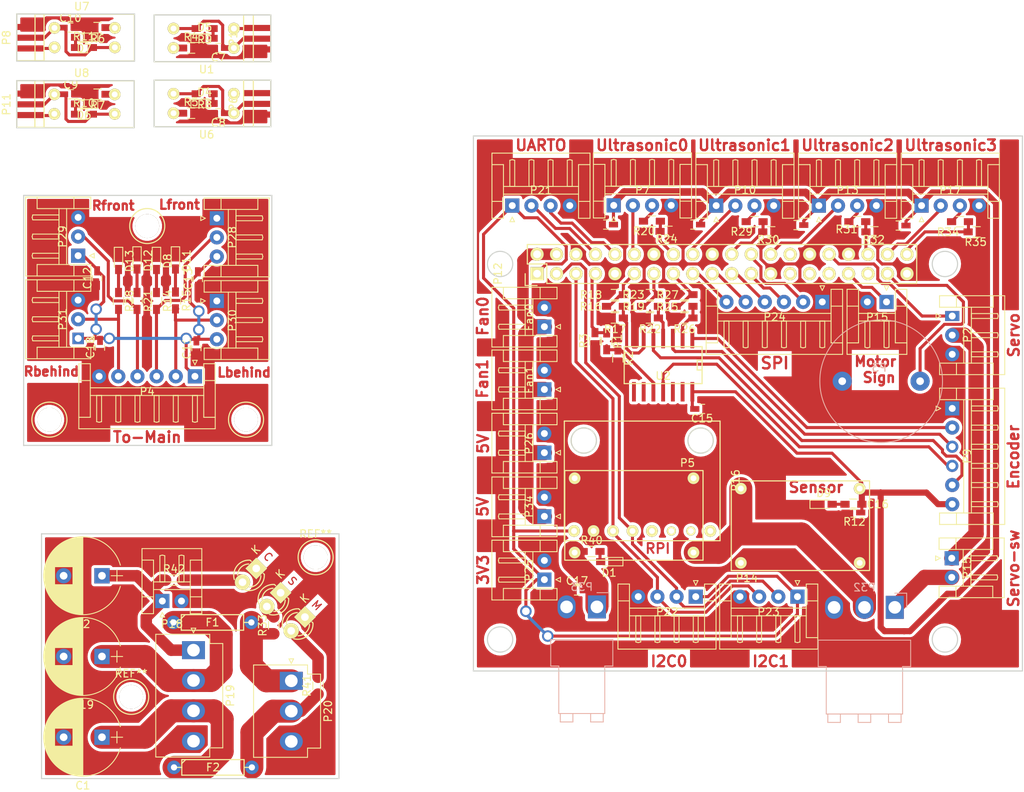
<source format=kicad_pcb>
(kicad_pcb (version 4) (host pcbnew 4.0.7-e2-6376~58~ubuntu16.04.1)
  (layers (0 F.Cu signal) (31 B.Cu signal) (34 B.Paste user) (35 F.Paste user) (36 B.SilkS user) (37 F.SilkS user) (38 B.Mask user) (39 F.Mask user) (44 Edge.Cuts user))
  (net 0 "")
  (net 1 +5V)
  (net 2 GND)
  (net 3 +3V3)
  (net 4 +5VD)
  (net 5 "Net-(D1-Pad2)")
  (net 6 "Net-(D4-Pad2)")
  (net 7 "Net-(D5-Pad2)")
  (net 8 "Net-(D6-Pad2)")
  (net 9 "Net-(D7-Pad2)")
  (net 10 "Net-(D8-Pad2)")
  (net 11 "Net-(D9-Pad2)")
  (net 12 "Net-(D11-Pad2)")
  (net 13 "Net-(D12-Pad2)")
  (net 14 "Net-(D13-Pad2)")
  (net 15 "Net-(D14-Pad2)")
  (net 16 In-L-front)
  (net 17 S-sign)
  (net 18 /Servo-VCC)
  (net 19 "Net-(P12-Pad37)")
  (net 20 In-L-behind)
  (net 21 In-R-front)
  (net 22 In-R-behind)
  (net 23 /Main-VCC)
  (net 24 Trig1)
  (net 25 "Net-(P7-Pad3)")
  (net 26 R-b)
  (net 27 R-f)
  (net 28 L-b)
  (net 29 L-f)
  (net 30 Trig2)
  (net 31 "Net-(P10-Pad3)")
  (net 32 SDA)
  (net 33 SCL)
  (net 34 UARTO-Tx)
  (net 35 UARTO-Rx)
  (net 36 front-light)
  (net 37 Echo1)
  (net 38 back-light)
  (net 39 Echo2)
  (net 40 MOSI)
  (net 41 MISO)
  (net 42 Trig4)
  (net 43 SCLK)
  (net 44 SC)
  (net 45 "Net-(P12-Pad27)")
  (net 46 "Net-(P12-Pad28)")
  (net 47 Trig3)
  (net 48 Echo3)
  (net 49 M-sign)
  (net 50 Echo4)
  (net 51 "Net-(P13-Pad3)")
  (net 52 "Net-(P16-Pad5)")
  (net 53 "Net-(P16-Pad6)")
  (net 54 "Net-(P16-Pad7)")
  (net 55 "Net-(P16-Pad8)")
  (net 56 "Net-(P17-Pad3)")
  (net 57 /Voltage-Checker-VCC)
  (net 58 Out-L-front)
  (net 59 "Net-(R1-Pad2)")
  (net 60 "Net-(R4-Pad1)")
  (net 61 "Net-(R5-Pad1)")
  (net 62 "Net-(R6-Pad1)")
  (net 63 "Net-(R7-Pad1)")
  (net 64 Out-L-behind)
  (net 65 "Net-(R16-Pad2)")
  (net 66 Out-R-front)
  (net 67 "Net-(R19-Pad2)")
  (net 68 Out-R-behind)
  (net 69 "Net-(R25-Pad2)")
  (net 70 "Net-(D19-Pad2)")
  (net 71 "Net-(D20-Pad2)")
  (net 72 "Net-(P12-Pad35)")
  (net 73 "Net-(U2-Pad8)")
  (net 74 "Net-(U2-Pad9)")
  (net 75 "Net-(F1-Pad2)")
  (net 76 "Net-(F2-Pad2)")
  (module Connectors_JST:JST_EH_S02B-EH_02x2.50mm_Angled (layer F.Cu) (at 149.606 92.9005 270)
    (fp_text reference P15 (at 1.2319 -2.0066 270) (layer F.SilkS))
    (fp_text value Servo-sw)
    (pad 1 thru_hole rect (at 0 0 270) (size 1.85 1.85) (drill 0.9) (layers *.Cu *.Mask) (net 18 /Servo-VCC))
    (pad 2 thru_hole circle (at 2.5 0 270) (size 1.85 1.85) (drill 0.9) (layers *.Cu *.Mask) (net 18 /Servo-VCC))
  )
  (module Capacitors_SMD:C_0603_HandSoldering (layer F.Cu) (at 142.6845 49.4665)
    (fp_text reference REF** hide)
    (fp_text value 0.1u)
    (pad 1 smd rect (at -0.95 0) (size 1.2 0.75) (layers F.Cu F.Paste F.Mask) (net 2 GND))
    (pad 2 smd rect (at 0.95 0) (size 1.2 0.75) (layers F.Cu F.Paste F.Mask) (net 1 +5V))
  )
  (module Capacitors_SMD:C_0603_HandSoldering (layer F.Cu) (at 129.3495 49.403)
    (fp_text reference REF** hide)
    (fp_text value 0.1u)
    (pad 1 smd rect (at -0.95 0) (size 1.2 0.75) (layers F.Cu F.Paste F.Mask) (net 2 GND))
    (pad 2 smd rect (at 0.95 0) (size 1.2 0.75) (layers F.Cu F.Paste F.Mask) (net 1 +5V))
  )
  (module Capacitors_SMD:C_0603_HandSoldering (layer F.Cu) (at 115.8875 49.3395)
    (fp_text reference REF** hide)
    (fp_text value 0.1u)
    (pad 1 smd rect (at -0.95 0) (size 1.2 0.75) (layers F.Cu F.Paste F.Mask) (net 2 GND))
    (pad 2 smd rect (at 0.95 0) (size 1.2 0.75) (layers F.Cu F.Paste F.Mask) (net 1 +5V))
  )
  (module Connectors_JST:JST_EH_S02B-EH_02x2.50mm_Angled (layer F.Cu) (at 96.4565 70.866 90)
    (fp_text reference Fan1 (at 1.2446 -1.9939 90) (layer F.SilkS))
    (fp_text value 5V)
    (pad 1 thru_hole rect (at 0 0 90) (size 1.85 1.85) (drill 0.9) (layers *.Cu *.Mask) (net 4 +5VD))
    (pad 2 thru_hole circle (at 2.5 0 90) (size 1.85 1.85) (drill 0.9) (layers *.Cu *.Mask) (net 2 GND))
  )
  (module Resistors_SMD:R_0603_HandSoldering (layer F.Cu) (at 139.5095 50.292)
    (fp_text reference R32 (at -0.0889 1.016) (layer F.SilkS))
    (fp_text value 4.7k)
    (pad 1 smd rect (at -1.1 0) (size 1.2 0.9) (layers F.Cu F.Paste F.Mask) (net 48 Echo3))
    (pad 2 smd rect (at 1.1 0) (size 1.2 0.9) (layers F.Cu F.Paste F.Mask) (net 2 GND))
  )
  (module Connect:1pin (layer F.Cu) (at 66.6115 92.7735)
    (fp_text reference REF** (at 0 -3.048) (layer F.SilkS))
    (fp_text value 1pin)
    (pad 1 thru_hole circle (at 0 0) (size 3.1 3.1) (drill 3.1) (layers *.Cu *.Mask F.SilkS))
  )
  (module Connect:1pin (layer F.Cu) (at 57.531 74.803)
    (fp_text reference REF** hide)
    (fp_text value 1pin)
    (pad 1 thru_hole circle (at 0 0) (size 3.1 3.1) (drill 3.1) (layers *.Cu *.Mask F.SilkS))
  )
  (module Connect:1pin (layer F.Cu) (at 31.877 74.803)
    (fp_text reference REF** hide)
    (fp_text value 1pin)
    (pad 1 thru_hole circle (at 0 0) (size 3.1 3.1) (drill 3.1) (layers *.Cu *.Mask F.SilkS))
  )
  (module Connect:1pin (layer F.Cu) (at 42.545 110.998)
    (fp_text reference REF** (at 0 -3.048) (layer F.SilkS))
    (fp_text value 1pin)
    (pad 1 thru_hole circle (at 0 0) (size 3.1 3.1) (drill 3.1) (layers *.Cu *.Mask F.SilkS))
  )
  (module zisaku:photo-interruptor (layer F.Cu) (at 45.5295 21.971)
    (fp_text reference U1 (at 6.858 7.112) (layer F.SilkS))
    (fp_text value PHOTOINTERRUPT)
    (pad 1 thru_hole circle (at 2.54 1.778) (size 1.524 1.524) (drill 0.762) (layers *.Cu *.Mask F.SilkS) (net 1 +5V))
    (pad 2 thru_hole circle (at 2.54 4.318) (size 1.524 1.524) (drill 0.762) (layers *.Cu *.Mask F.SilkS) (net 60 "Net-(R4-Pad1)"))
    (pad 3 thru_hole circle (at 10.414 4.318) (size 1.524 1.524) (drill 0.762) (layers *.Cu *.Mask F.SilkS) (net 1 +5V))
    (pad 4 thru_hole circle (at 10.414 1.778) (size 1.524 1.524) (drill 0.762) (layers *.Cu *.Mask F.SilkS) (net 16 In-L-front))
  )
  (module zisaku:photo-interruptor (layer F.Cu) (at 42.9365 36.665 180)
    (fp_text reference U8 (at 6.858 7.112 180) (layer F.SilkS))
    (fp_text value PHOTOINTERRUPT)
    (pad 1 thru_hole circle (at 2.54 1.778 180) (size 1.524 1.524) (drill 0.762) (layers *.Cu *.Mask F.SilkS) (net 1 +5V))
    (pad 2 thru_hole circle (at 2.54 4.318 180) (size 1.524 1.524) (drill 0.762) (layers *.Cu *.Mask F.SilkS) (net 63 "Net-(R7-Pad1)"))
    (pad 3 thru_hole circle (at 10.414 4.318 180) (size 1.524 1.524) (drill 0.762) (layers *.Cu *.Mask F.SilkS) (net 1 +5V))
    (pad 4 thru_hole circle (at 10.414 1.778 180) (size 1.524 1.524) (drill 0.762) (layers *.Cu *.Mask F.SilkS) (net 22 In-R-behind))
  )
  (module Capacitors_SMD:C_0603_HandSoldering (layer F.Cu) (at 53.9115 26.289 180)
    (fp_text reference C7 (at 0 -1.25 180) (layer F.SilkS))
    (fp_text value 0.1u)
    (pad 1 smd rect (at -0.95 0 180) (size 1.2 0.75) (layers F.Cu F.Paste F.Mask) (net 1 +5V))
    (pad 2 smd rect (at 0.95 0 180) (size 1.2 0.75) (layers F.Cu F.Paste F.Mask) (net 2 GND))
  )
  (module Capacitors_SMD:C_0603_HandSoldering (layer F.Cu) (at 53.9115 34.798 180)
    (fp_text reference C8 (at 0 -1.25 180) (layer F.SilkS))
    (fp_text value 0.1u)
    (pad 1 smd rect (at -0.95 0 180) (size 1.2 0.75) (layers F.Cu F.Paste F.Mask) (net 1 +5V))
    (pad 2 smd rect (at 0.95 0 180) (size 1.2 0.75) (layers F.Cu F.Paste F.Mask) (net 2 GND))
  )
  (module Capacitors_SMD:C_0603_HandSoldering (layer F.Cu) (at 34.671 32.3215)
    (fp_text reference C9 (at 0 -1.25) (layer F.SilkS))
    (fp_text value 0.1u)
    (pad 1 smd rect (at -0.95 0) (size 1.2 0.75) (layers F.Cu F.Paste F.Mask) (net 1 +5V))
    (pad 2 smd rect (at 0.95 0) (size 1.2 0.75) (layers F.Cu F.Paste F.Mask) (net 2 GND))
  )
  (module Capacitors_SMD:C_0603_HandSoldering (layer F.Cu) (at 34.6075 23.622)
    (fp_text reference C10 (at 0 -1.25) (layer F.SilkS))
    (fp_text value 0.1u)
    (pad 1 smd rect (at -0.95 0) (size 1.2 0.75) (layers F.Cu F.Paste F.Mask) (net 1 +5V))
    (pad 2 smd rect (at 0.95 0) (size 1.2 0.75) (layers F.Cu F.Paste F.Mask) (net 2 GND))
  )
  (module Capacitors_SMD:C_0603_HandSoldering (layer F.Cu) (at 51.054 65.4685 90)
    (fp_text reference C11 (at 0 -1.25 90) (layer F.SilkS))
    (fp_text value 0.1u)
    (pad 1 smd rect (at -0.95 0 90) (size 1.2 0.75) (layers F.Cu F.Paste F.Mask) (net 2 GND))
    (pad 2 smd rect (at 0.95 0 90) (size 1.2 0.75) (layers F.Cu F.Paste F.Mask) (net 1 +5V))
  )
  (module Capacitors_SMD:C_0603_HandSoldering (layer F.Cu) (at 38.1 56.3245 90)
    (fp_text reference C12 (at 0 -1.25 90) (layer F.SilkS))
    (fp_text value 0.1u)
    (pad 1 smd rect (at -0.95 0 90) (size 1.2 0.75) (layers F.Cu F.Paste F.Mask) (net 2 GND))
    (pad 2 smd rect (at 0.95 0 90) (size 1.2 0.75) (layers F.Cu F.Paste F.Mask) (net 1 +5V))
  )
  (module Capacitors_SMD:C_0603_HandSoldering (layer F.Cu) (at 51.2445 56.4515 90)
    (fp_text reference C13 (at 0 -1.25 90) (layer F.SilkS))
    (fp_text value 0.1u)
    (pad 1 smd rect (at -0.95 0 90) (size 1.2 0.75) (layers F.Cu F.Paste F.Mask) (net 2 GND))
    (pad 2 smd rect (at 0.95 0 90) (size 1.2 0.75) (layers F.Cu F.Paste F.Mask) (net 1 +5V))
  )
  (module Capacitors_SMD:C_0603_HandSoldering (layer F.Cu) (at 117.0305 73.406 180)
    (fp_text reference C15 (at 0 -1.25 180) (layer F.SilkS))
    (fp_text value 0.1u)
    (pad 1 smd rect (at -0.95 0 180) (size 1.2 0.75) (layers F.Cu F.Paste F.Mask) (net 2 GND))
    (pad 2 smd rect (at 0.95 0 180) (size 1.2 0.75) (layers F.Cu F.Paste F.Mask) (net 1 +5V))
  )
  (module Capacitors_SMD:C_0603_HandSoldering (layer F.Cu) (at 136.779 86.9315)
    (fp_text reference C16 (at 3.175 -1.0795) (layer F.SilkS))
    (fp_text value 0.1u)
    (pad 1 smd rect (at -0.95 0) (size 1.2 0.75) (layers F.Cu F.Paste F.Mask) (net 2 GND))
    (pad 2 smd rect (at 0.95 0) (size 1.2 0.75) (layers F.Cu F.Paste F.Mask) (net 1 +5V))
  )
  (module Capacitors_SMD:C_0603_HandSoldering (layer F.Cu) (at 100.711 97.1042)
    (fp_text reference C17 (at 0 -1.25) (layer F.SilkS))
    (fp_text value 0.1u)
    (pad 1 smd rect (at -0.95 0) (size 1.2 0.75) (layers F.Cu F.Paste F.Mask) (net 2 GND))
    (pad 2 smd rect (at 0.95 0) (size 1.2 0.75) (layers F.Cu F.Paste F.Mask) (net 4 +5VD))
  )
  (module Capacitors_SMD:C_0603_HandSoldering (layer F.Cu) (at 38.481 65.405 90)
    (fp_text reference C18 (at 0 -1.25 90) (layer F.SilkS))
    (fp_text value 0.1u)
    (pad 1 smd rect (at -0.95 0 90) (size 1.2 0.75) (layers F.Cu F.Paste F.Mask) (net 2 GND))
    (pad 2 smd rect (at 0.95 0 90) (size 1.2 0.75) (layers F.Cu F.Paste F.Mask) (net 1 +5V))
  )
  (module Capacitors_THT:CP_Radial_D10.0mm_P5.00mm (layer F.Cu) (at 38.735 105.7275 180)
    (fp_text reference C19 (at 2.5 -6.31 180) (layer F.SilkS))
    (fp_text value 470u)
    (pad 1 thru_hole rect (at 0 0 180) (size 2 2) (drill 1) (layers *.Cu *.Mask) (net 18 /Servo-VCC))
    (pad 2 thru_hole circle (at 5 0 180) (size 2 2) (drill 1) (layers *.Cu *.Mask) (net 2 GND))
  )
  (module LEDs:LED_0603_HandSoldering (layer F.Cu) (at 104.902 93.345 180)
    (fp_text reference D1 (at 0 -1.45 180) (layer F.SilkS))
    (fp_text value DCDC-LED-pi)
    (pad 1 smd rect (at -1.1 0 180) (size 1.2 0.9) (layers F.Cu F.Paste F.Mask) (net 2 GND))
    (pad 2 smd rect (at 1.1 0 180) (size 1.2 0.9) (layers F.Cu F.Paste F.Mask) (net 5 "Net-(D1-Pad2)"))
  )
  (module LEDs:LED_0603_HandSoldering (layer F.Cu) (at 52.1335 33.528)
    (fp_text reference D4 (at 0 -1.45) (layer F.SilkS))
    (fp_text value LED)
    (pad 1 smd rect (at -1.1 0) (size 1.2 0.9) (layers F.Cu F.Paste F.Mask) (net 2 GND))
    (pad 2 smd rect (at 1.1 0) (size 1.2 0.9) (layers F.Cu F.Paste F.Mask) (net 6 "Net-(D4-Pad2)"))
  )
  (module LEDs:LED_0603_HandSoldering (layer F.Cu) (at 52.1335 25.019)
    (fp_text reference D5 (at 0 -1.45) (layer F.SilkS))
    (fp_text value LED)
    (pad 1 smd rect (at -1.1 0) (size 1.2 0.9) (layers F.Cu F.Paste F.Mask) (net 2 GND))
    (pad 2 smd rect (at 1.1 0) (size 1.2 0.9) (layers F.Cu F.Paste F.Mask) (net 7 "Net-(D5-Pad2)"))
  )
  (module LEDs:LED_0603_HandSoldering (layer F.Cu) (at 36.3855 33.5915 180)
    (fp_text reference D6 (at 0 -1.45 180) (layer F.SilkS))
    (fp_text value LED)
    (pad 1 smd rect (at -1.1 0 180) (size 1.2 0.9) (layers F.Cu F.Paste F.Mask) (net 2 GND))
    (pad 2 smd rect (at 1.1 0 180) (size 1.2 0.9) (layers F.Cu F.Paste F.Mask) (net 8 "Net-(D6-Pad2)"))
  )
  (module LEDs:LED_0603_HandSoldering (layer F.Cu) (at 36.3855 24.892 180)
    (fp_text reference D7 (at 0 -1.45 180) (layer F.SilkS))
    (fp_text value LED)
    (pad 1 smd rect (at -1.1 0 180) (size 1.2 0.9) (layers F.Cu F.Paste F.Mask) (net 2 GND))
    (pad 2 smd rect (at 1.1 0 180) (size 1.2 0.9) (layers F.Cu F.Paste F.Mask) (net 9 "Net-(D7-Pad2)"))
  )
  (module LEDs:LED_0603_HandSoldering (layer F.Cu) (at 45.847 54.102 270)
    (fp_text reference D8 (at 0 -1.45 270) (layer F.SilkS))
    (fp_text value LED)
    (pad 1 smd rect (at -1.1 0 270) (size 1.2 0.9) (layers F.Cu F.Paste F.Mask) (net 2 GND))
    (pad 2 smd rect (at 1.1 0 270) (size 1.2 0.9) (layers F.Cu F.Paste F.Mask) (net 10 "Net-(D8-Pad2)"))
  )
  (module LEDs:LED_0603_HandSoldering (layer F.Cu) (at 132.9055 85.852)
    (fp_text reference D9 (at 0 -1.45) (layer F.SilkS))
    (fp_text value DCDC-LED-sen)
    (pad 1 smd rect (at -1.1 0) (size 1.2 0.9) (layers F.Cu F.Paste F.Mask) (net 2 GND))
    (pad 2 smd rect (at 1.1 0) (size 1.2 0.9) (layers F.Cu F.Paste F.Mask) (net 11 "Net-(D9-Pad2)"))
  )
  (module LEDs:LED_0603_HandSoldering (layer F.Cu) (at 48.3235 54.0385 270)
    (fp_text reference D11 (at 0 -1.45 270) (layer F.SilkS))
    (fp_text value LED)
    (pad 1 smd rect (at -1.1 0 270) (size 1.2 0.9) (layers F.Cu F.Paste F.Mask) (net 2 GND))
    (pad 2 smd rect (at 1.1 0 270) (size 1.2 0.9) (layers F.Cu F.Paste F.Mask) (net 12 "Net-(D11-Pad2)"))
  )
  (module LEDs:LED_0603_HandSoldering (layer F.Cu) (at 43.307 54.0385 270)
    (fp_text reference D12 (at 0 -1.45 270) (layer F.SilkS))
    (fp_text value LED)
    (pad 1 smd rect (at -1.1 0 270) (size 1.2 0.9) (layers F.Cu F.Paste F.Mask) (net 2 GND))
    (pad 2 smd rect (at 1.1 0 270) (size 1.2 0.9) (layers F.Cu F.Paste F.Mask) (net 13 "Net-(D12-Pad2)"))
  )
  (module LEDs:LED_0603_HandSoldering (layer F.Cu) (at 40.894 54.102 270)
    (fp_text reference D13 (at 0 -1.45 270) (layer F.SilkS))
    (fp_text value LED)
    (pad 1 smd rect (at -1.1 0 270) (size 1.2 0.9) (layers F.Cu F.Paste F.Mask) (net 2 GND))
    (pad 2 smd rect (at 1.1 0 270) (size 1.2 0.9) (layers F.Cu F.Paste F.Mask) (net 14 "Net-(D13-Pad2)"))
  )
  (module LEDs:LED-3MM (layer F.Cu) (at 62.0395 97.409 225)
    (fp_text reference Main)
    (fp_text value 3mmLED)
    (fp_text user K (at -1.69 1.74 225) (layer F.SilkS))
    (pad 1 thru_hole rect (at 0 0 315) (size 2 2) (drill 1.00076) (layers *.Cu *.Mask F.SilkS) (net 2 GND))
    (pad 2 thru_hole circle (at 2.54 0 225) (size 2 2) (drill 1.00076) (layers *.Cu *.Mask F.SilkS) (net 15 "Net-(D14-Pad2)"))
  )
  (module zisaku:ZH-3pin-SMD (layer F.Cu) (at 60.7695 21.971 270)
    (fp_text reference P1 (at 3.1 4.9 270) (layer F.SilkS))
    (fp_text value L-front)
    (pad 1 smd rect (at 4.5 1.8 270) (size 0.8 3.5) (layers F.Cu F.Paste F.Mask) (net 2 GND))
    (pad 2 smd rect (at 3.1 1.8 270) (size 0.8 3.5) (layers F.Cu F.Paste F.Mask) (net 1 +5V))
    (pad 3 smd rect (at 1.7 1.8 270) (size 0.8 3.5) (layers F.Cu F.Paste F.Mask) (net 16 In-L-front))
  )
  (module Connectors_JST:JST_EH_S03B-EH_03x2.50mm_Angled (layer F.Cu) (at 149.6695 61.2775 270)
    (fp_text reference P2 (at 2.5019 -1.9939 270) (layer F.SilkS))
    (fp_text value Servo)
    (pad 1 thru_hole rect (at 0 0 270) (size 1.3 1.85) (drill 0.9) (layers *.Cu *.Mask) (net 17 S-sign))
    (pad 2 thru_hole circle (at 2.5 0 270) (size 1.85 1.85) (drill 0.9) (layers *.Cu *.Mask) (net 18 /Servo-VCC))
    (pad 3 thru_hole circle (at 5 0 270) (size 1.85 1.85) (drill 0.9) (layers *.Cu *.Mask) (net 2 GND))
  )
  (module Buzzers_Beepers:BUZZER (layer B.Cu) (at 140.3985 69.7865 180)
    (fp_text reference P3 (at 0.24892 1.75006 180) (layer B.SilkS) (effects (justify mirror)))
    (fp_text value Buzzer)
    (pad 2 thru_hole circle (at 5.08 0 180) (size 2.49936 2.49936) (drill 1.00076) (layers *.Cu *.Mask) (net 2 GND))
    (pad 1 thru_hole circle (at -5.08 0 180) (size 2.49936 2.49936) (drill 1.00076) (layers *.Cu *.Mask) (net 19 "Net-(P12-Pad37)"))
  )
  (module Connectors_JST:JST_EH_S06B-EH_06x2.50mm_Angled (layer F.Cu) (at 50.8635 69.1515 180)
    (fp_text reference P4 (at 6.2357 -1.9939 180) (layer F.SilkS))
    (fp_text value "E(base)-to-Main")
    (pad 1 thru_hole rect (at 0 0 180) (size 1.85 1.85) (drill 0.9) (layers *.Cu *.Mask) (net 1 +5V))
    (pad 2 thru_hole circle (at 2.5 0 180) (size 1.85 1.85) (drill 0.9) (layers *.Cu *.Mask) (net 20 In-L-behind))
    (pad 3 thru_hole circle (at 5 0 180) (size 1.85 1.85) (drill 0.9) (layers *.Cu *.Mask) (net 16 In-L-front))
    (pad 4 thru_hole circle (at 7.5 0 180) (size 1.85 1.85) (drill 0.9) (layers *.Cu *.Mask) (net 21 In-R-front))
    (pad 5 thru_hole circle (at 10 0 180) (size 1.85 1.85) (drill 0.9) (layers *.Cu *.Mask) (net 22 In-R-behind))
    (pad 6 thru_hole circle (at 12.5 0 180) (size 1.85 1.85) (drill 0.9) (layers *.Cu *.Mask) (net 2 GND))
  )
  (module zisaku:ZH-3pin-SMD (layer F.Cu) (at 60.7695 30.48 270)
    (fp_text reference P6 (at 3.1 4.9 270) (layer F.SilkS))
    (fp_text value L-behind)
    (pad 1 smd rect (at 4.5 1.8 270) (size 0.8 3.5) (layers F.Cu F.Paste F.Mask) (net 2 GND))
    (pad 2 smd rect (at 3.1 1.8 270) (size 0.8 3.5) (layers F.Cu F.Paste F.Mask) (net 1 +5V))
    (pad 3 smd rect (at 1.7 1.8 270) (size 0.8 3.5) (layers F.Cu F.Paste F.Mask) (net 20 In-L-behind))
  )
  (module Connectors_JST:JST_EH_S04B-EH_04x2.50mm_Angled (layer F.Cu) (at 105.50525 46.83125)
    (fp_text reference P7 (at 3.76555 -2.00025) (layer F.SilkS))
    (fp_text value Ultrasonic0)
    (pad 1 thru_hole rect (at 0 0) (size 1.85 1.85) (drill 0.9) (layers *.Cu *.Mask) (net 1 +5V))
    (pad 2 thru_hole circle (at 2.5 0) (size 1.85 1.85) (drill 0.9) (layers *.Cu *.Mask) (net 24 Trig1))
    (pad 3 thru_hole circle (at 5 0) (size 1.85 1.85) (drill 0.9) (layers *.Cu *.Mask) (net 25 "Net-(P7-Pad3)"))
    (pad 4 thru_hole circle (at 7.5 0) (size 1.85 1.85) (drill 0.9) (layers *.Cu *.Mask) (net 2 GND))
  )
  (module zisaku:ZH-3pin-SMD (layer F.Cu) (at 31.1785 21.844 270)
    (fp_text reference P8 (at 3.1 4.9 270) (layer F.SilkS))
    (fp_text value R-front)
    (pad 1 smd rect (at 4.5 1.8 270) (size 0.8 3.5) (layers F.Cu F.Paste F.Mask) (net 21 In-R-front))
    (pad 2 smd rect (at 3.1 1.8 270) (size 0.8 3.5) (layers F.Cu F.Paste F.Mask) (net 1 +5V))
    (pad 3 smd rect (at 1.7 1.8 270) (size 0.8 3.5) (layers F.Cu F.Paste F.Mask) (net 2 GND))
  )
  (module Connectors_JST:JST_EH_S06B-EH_06x2.50mm_Angled (layer F.Cu) (at 149.6695 73.3425 270)
    (fp_text reference P9 (at 6.2357 -1.9685 270) (layer F.SilkS))
    (fp_text value "E-to-Main(base)")
    (pad 1 thru_hole rect (at 0 0 270) (size 1.85 1.85) (drill 0.9) (layers *.Cu *.Mask) (net 2 GND))
    (pad 2 thru_hole circle (at 2.5 0 270) (size 1.85 1.85) (drill 0.9) (layers *.Cu *.Mask) (net 26 R-b))
    (pad 3 thru_hole circle (at 5 0 270) (size 1.6 1.6) (drill 0.9) (layers *.Cu *.Mask) (net 27 R-f))
    (pad 4 thru_hole circle (at 7.5 0 270) (size 1.6 1.6) (drill 0.9) (layers *.Cu *.Mask) (net 29 L-f))
    (pad 5 thru_hole circle (at 10 0 270) (size 1.85 1.85) (drill 0.9) (layers *.Cu *.Mask) (net 28 L-b))
    (pad 6 thru_hole circle (at 12.5 0 270) (size 1.85 1.85) (drill 0.9) (layers *.Cu *.Mask) (net 1 +5V))
  )
  (module Connectors_JST:JST_EH_S04B-EH_04x2.50mm_Angled (layer F.Cu) (at 118.872 46.863)
    (fp_text reference P10 (at 3.7592 -2.032) (layer F.SilkS))
    (fp_text value Ultrasonic1)
    (pad 1 thru_hole rect (at 0 0) (size 1.85 1.85) (drill 0.9) (layers *.Cu *.Mask) (net 1 +5V))
    (pad 2 thru_hole circle (at 2.5 0) (size 1.85 1.85) (drill 0.9) (layers *.Cu *.Mask) (net 30 Trig2))
    (pad 3 thru_hole circle (at 5 0) (size 1.85 1.85) (drill 0.9) (layers *.Cu *.Mask) (net 31 "Net-(P10-Pad3)"))
    (pad 4 thru_hole circle (at 7.5 0) (size 1.85 1.85) (drill 0.9) (layers *.Cu *.Mask) (net 2 GND))
  )
  (module zisaku:ZH-3pin-SMD (layer F.Cu) (at 31.1785 30.5435 270)
    (fp_text reference P11 (at 3.1 4.9 270) (layer F.SilkS))
    (fp_text value R-behind)
    (pad 1 smd rect (at 4.5 1.8 270) (size 0.8 3.5) (layers F.Cu F.Paste F.Mask) (net 22 In-R-behind))
    (pad 2 smd rect (at 3.1 1.8 270) (size 0.8 3.5) (layers F.Cu F.Paste F.Mask) (net 1 +5V))
    (pad 3 smd rect (at 1.7 1.8 270) (size 0.8 3.5) (layers F.Cu F.Paste F.Mask) (net 2 GND))
  )
  (module Pin_Headers:Pin_Header_Straight_2x20 (layer F.Cu) (at 95.504 55.753 90)
    (fp_text reference P12 (at 0 -5.1 90) (layer F.SilkS))
    (fp_text value "Raspberry Pi")
    (pad 1 thru_hole rect (at 0 0 90) (size 1.7272 1.7272) (drill 1.016) (layers *.Cu *.Mask F.SilkS) (net 3 +3V3))
    (pad 2 thru_hole oval (at 2.54 0 90) (size 1.7272 1.7272) (drill 1.016) (layers *.Cu *.Mask F.SilkS) (net 4 +5VD))
    (pad 3 thru_hole oval (at 0 2.54 90) (size 1.7272 1.7272) (drill 1.016) (layers *.Cu *.Mask F.SilkS) (net 32 SDA))
    (pad 4 thru_hole oval (at 2.54 2.54 90) (size 1.7272 1.7272) (drill 1.016) (layers *.Cu *.Mask F.SilkS) (net 4 +5VD))
    (pad 5 thru_hole oval (at 0 5.08 90) (size 1.7272 1.7272) (drill 1.016) (layers *.Cu *.Mask F.SilkS) (net 33 SCL))
    (pad 6 thru_hole oval (at 2.54 5.08 90) (size 1.7272 1.7272) (drill 1.016) (layers *.Cu *.Mask F.SilkS) (net 2 GND))
    (pad 7 thru_hole oval (at 0 7.62 90) (size 1.7272 1.7272) (drill 1.016) (layers *.Cu *.Mask F.SilkS) (net 58 Out-L-front))
    (pad 8 thru_hole oval (at 2.54 7.62 90) (size 1.7272 1.7272) (drill 1.016) (layers *.Cu *.Mask F.SilkS) (net 34 UARTO-Tx))
    (pad 9 thru_hole oval (at 0 10.16 90) (size 1.7272 1.7272) (drill 1.016) (layers *.Cu *.Mask F.SilkS) (net 2 GND))
    (pad 10 thru_hole oval (at 2.54 10.16 90) (size 1.7272 1.7272) (drill 1.016) (layers *.Cu *.Mask F.SilkS) (net 35 UARTO-Rx))
    (pad 11 thru_hole oval (at 0 12.7 90) (size 1.7272 1.7272) (drill 1.016) (layers *.Cu *.Mask F.SilkS) (net 64 Out-L-behind))
    (pad 12 thru_hole oval (at 2.54 12.7 90) (size 1.7272 1.7272) (drill 1.016) (layers *.Cu *.Mask F.SilkS) (net 24 Trig1))
    (pad 13 thru_hole oval (at 0 15.24 90) (size 1.7272 1.7272) (drill 1.016) (layers *.Cu *.Mask F.SilkS) (net 66 Out-R-front))
    (pad 14 thru_hole oval (at 2.54 15.24 90) (size 1.7272 1.7272) (drill 1.016) (layers *.Cu *.Mask F.SilkS) (net 2 GND))
    (pad 15 thru_hole oval (at 0 17.78 90) (size 1.7272 1.7272) (drill 1.016) (layers *.Cu *.Mask F.SilkS) (net 68 Out-R-behind))
    (pad 16 thru_hole oval (at 2.54 17.78 90) (size 1.7272 1.7272) (drill 1.016) (layers *.Cu *.Mask F.SilkS) (net 37 Echo1))
    (pad 17 thru_hole oval (at 0 20.32 90) (size 1.7272 1.7272) (drill 1.016) (layers *.Cu *.Mask F.SilkS) (net 3 +3V3))
    (pad 18 thru_hole oval (at 2.54 20.32 90) (size 1.7272 1.7272) (drill 1.016) (layers *.Cu *.Mask F.SilkS) (net 30 Trig2))
    (pad 19 thru_hole oval (at 0 22.86 90) (size 1.7272 1.7272) (drill 1.016) (layers *.Cu *.Mask F.SilkS) (net 40 MOSI))
    (pad 20 thru_hole oval (at 2.54 22.86 90) (size 1.7272 1.7272) (drill 1.016) (layers *.Cu *.Mask F.SilkS) (net 2 GND))
    (pad 21 thru_hole oval (at 0 25.4 90) (size 1.7272 1.7272) (drill 1.016) (layers *.Cu *.Mask F.SilkS) (net 41 MISO))
    (pad 22 thru_hole oval (at 2.54 25.4 90) (size 1.7272 1.7272) (drill 1.016) (layers *.Cu *.Mask F.SilkS) (net 39 Echo2))
    (pad 23 thru_hole oval (at 0 27.94 90) (size 1.7272 1.7272) (drill 1.016) (layers *.Cu *.Mask F.SilkS) (net 43 SCLK))
    (pad 24 thru_hole oval (at 2.54 27.94 90) (size 1.7272 1.7272) (drill 1.016) (layers *.Cu *.Mask F.SilkS) (net 44 SC))
    (pad 25 thru_hole oval (at 0 30.48 90) (size 1.7272 1.7272) (drill 1.016) (layers *.Cu *.Mask F.SilkS) (net 2 GND))
    (pad 26 thru_hole oval (at 2.54 30.48 90) (size 1.7272 1.7272) (drill 1.016) (layers *.Cu *.Mask F.SilkS) (net 47 Trig3))
    (pad 27 thru_hole oval (at 0 33.02 90) (size 1.7272 1.7272) (drill 1.016) (layers *.Cu *.Mask F.SilkS) (net 45 "Net-(P12-Pad27)"))
    (pad 28 thru_hole oval (at 2.54 33.02 90) (size 1.7272 1.7272) (drill 1.016) (layers *.Cu *.Mask F.SilkS) (net 46 "Net-(P12-Pad28)"))
    (pad 29 thru_hole oval (at 0 35.56 90) (size 1.7272 1.7272) (drill 1.016) (layers *.Cu *.Mask F.SilkS) (net 36 front-light))
    (pad 30 thru_hole oval (at 2.54 35.56 90) (size 1.7272 1.7272) (drill 1.016) (layers *.Cu *.Mask F.SilkS) (net 2 GND))
    (pad 31 thru_hole oval (at 0 38.1 90) (size 1.7272 1.7272) (drill 1.016) (layers *.Cu *.Mask F.SilkS) (net 38 back-light))
    (pad 32 thru_hole oval (at 2.54 38.1 90) (size 1.7272 1.7272) (drill 1.016) (layers *.Cu *.Mask F.SilkS) (net 17 S-sign))
    (pad 33 thru_hole oval (at 0 40.64 90) (size 1.7272 1.7272) (drill 1.016) (layers *.Cu *.Mask F.SilkS) (net 49 M-sign))
    (pad 34 thru_hole oval (at 2.54 40.64 90) (size 1.7272 1.7272) (drill 1.016) (layers *.Cu *.Mask F.SilkS) (net 2 GND))
    (pad 35 thru_hole oval (at 0 43.18 90) (size 1.7272 1.7272) (drill 1.016) (layers *.Cu *.Mask F.SilkS) (net 72 "Net-(P12-Pad35)"))
    (pad 36 thru_hole oval (at 2.54 43.18 90) (size 1.7272 1.7272) (drill 1.016) (layers *.Cu *.Mask F.SilkS) (net 48 Echo3))
    (pad 37 thru_hole oval (at 0 45.72 90) (size 1.7272 1.7272) (drill 1.016) (layers *.Cu *.Mask F.SilkS) (net 19 "Net-(P12-Pad37)"))
    (pad 38 thru_hole oval (at 2.54 45.72 90) (size 1.7272 1.7272) (drill 1.016) (layers *.Cu *.Mask F.SilkS) (net 42 Trig4))
    (pad 39 thru_hole oval (at 0 48.26 90) (size 1.7272 1.7272) (drill 1.016) (layers *.Cu *.Mask F.SilkS) (net 2 GND))
    (pad 40 thru_hole oval (at 2.54 48.26 90) (size 1.7272 1.7272) (drill 1.016) (layers *.Cu *.Mask F.SilkS) (net 50 Echo4))
  )
  (module Connectors_JST:JST_EH_S04B-EH_04x2.50mm_Angled (layer F.Cu) (at 132.2705 46.863)
    (fp_text reference P13 (at 3.7465 -2.0066) (layer F.SilkS))
    (fp_text value Ultrasonic2)
    (pad 1 thru_hole rect (at 0 0) (size 1.85 1.85) (drill 0.9) (layers *.Cu *.Mask) (net 1 +5V))
    (pad 2 thru_hole circle (at 2.5 0) (size 1.85 1.85) (drill 0.9) (layers *.Cu *.Mask) (net 47 Trig3))
    (pad 3 thru_hole circle (at 5 0) (size 1.85 1.85) (drill 0.9) (layers *.Cu *.Mask) (net 51 "Net-(P13-Pad3)"))
    (pad 4 thru_hole circle (at 7.5 0) (size 1.85 1.85) (drill 0.9) (layers *.Cu *.Mask) (net 2 GND))
  )
  (module Connectors_JST:JST_EH_S02B-EH_02x2.50mm_Angled (layer F.Cu) (at 141.097 59.436 180)
    (fp_text reference P15 (at 1.2192 -2.0066 180) (layer F.SilkS))
    (fp_text value Motor-Sign)
    (pad 1 thru_hole rect (at 0 0 180) (size 1.85 1.85) (drill 0.9) (layers *.Cu *.Mask) (net 49 M-sign))
    (pad 2 thru_hole circle (at 2.5 0 180) (size 1.85 1.85) (drill 0.9) (layers *.Cu *.Mask) (net 2 GND))
  )
  (module zisaku:MPU6050 (layer F.Cu) (at 99.06 90.6145 90)
    (fp_text reference P16 (at 7.874 22.352 90) (layer F.SilkS))
    (fp_text value MCP6050)
    (pad 1 thru_hole circle (at 1.27 1.27 90) (size 1.524 1.524) (drill 0.762) (layers *.Cu *.Mask F.SilkS) (net 3 +3V3))
    (pad 2 thru_hole circle (at 1.27 3.81 90) (size 1.524 1.524) (drill 0.762) (layers *.Cu *.Mask F.SilkS) (net 2 GND))
    (pad 3 thru_hole circle (at 1.27 6.35 90) (size 1.524 1.524) (drill 0.762) (layers *.Cu *.Mask F.SilkS) (net 33 SCL))
    (pad 4 thru_hole circle (at 1.27 8.89 90) (size 1.524 1.524) (drill 0.762) (layers *.Cu *.Mask F.SilkS) (net 32 SDA))
    (pad 5 thru_hole circle (at 1.27 11.43 90) (size 1.524 1.524) (drill 0.762) (layers *.Cu *.Mask F.SilkS) (net 52 "Net-(P16-Pad5)"))
    (pad 6 thru_hole circle (at 1.27 13.97 90) (size 1.2 1.2) (drill 0.762) (layers *.Cu *.Mask F.SilkS) (net 53 "Net-(P16-Pad6)"))
    (pad 7 thru_hole circle (at 1.27 16.51 90) (size 1.2 1.2) (drill 0.762) (layers *.Cu *.Mask F.SilkS) (net 54 "Net-(P16-Pad7)"))
    (pad 8 thru_hole circle (at 1.27 19.05 90) (size 1.524 1.524) (drill 0.762) (layers *.Cu *.Mask F.SilkS) (net 55 "Net-(P16-Pad8)"))
  )
  (module Connectors_JST:JST_EH_S04B-EH_04x2.50mm_Angled (layer F.Cu) (at 145.669 46.863)
    (fp_text reference P17 (at 3.7592 -2.0066) (layer F.SilkS))
    (fp_text value Ultrasonic3)
    (pad 1 thru_hole rect (at 0 0) (size 1.85 1.85) (drill 0.9) (layers *.Cu *.Mask) (net 1 +5V))
    (pad 2 thru_hole circle (at 2.5 0) (size 1.85 1.85) (drill 0.9) (layers *.Cu *.Mask) (net 42 Trig4))
    (pad 3 thru_hole circle (at 5 0) (size 1.85 1.85) (drill 0.9) (layers *.Cu *.Mask) (net 56 "Net-(P17-Pad3)"))
    (pad 4 thru_hole circle (at 7.5 0) (size 1.85 1.85) (drill 0.9) (layers *.Cu *.Mask) (net 2 GND))
  )
  (module Connectors_JST:JST_EH_S02B-EH_02x2.50mm_Angled (layer F.Cu) (at 46.609 98.4885)
    (fp_text reference P18 (at 1.25 3) (layer F.SilkS))
    (fp_text value "Volteage Checker" hide)
    (pad 1 thru_hole rect (at 0 0) (size 1.85 1.85) (drill 0.9) (layers *.Cu *.Mask) (net 57 /Voltage-Checker-VCC))
    (pad 2 thru_hole circle (at 2.5 0) (size 1.85 1.85) (drill 0.9) (layers *.Cu *.Mask) (net 2 GND))
  )
  (module Connectors_JST:JST_EH_S06B-EH_06x2.50mm_Angled (layer F.Cu) (at 132.715 59.436 180)
    (fp_text reference P24 (at 6.223 -1.9812 180) (layer F.SilkS))
    (fp_text value SPI)
    (pad 1 thru_hole rect (at 0 0 180) (size 1.85 1.85) (drill 0.9) (layers *.Cu *.Mask) (net 2 GND))
    (pad 2 thru_hole circle (at 2.5 0 180) (size 1.85 1.85) (drill 0.9) (layers *.Cu *.Mask) (net 44 SC))
    (pad 3 thru_hole circle (at 5 0 180) (size 1.85 1.85) (drill 0.9) (layers *.Cu *.Mask) (net 43 SCLK))
    (pad 4 thru_hole circle (at 7.5 0 180) (size 1.85 1.85) (drill 0.9) (layers *.Cu *.Mask) (net 41 MISO))
    (pad 5 thru_hole circle (at 10 0 180) (size 1.85 1.85) (drill 0.9) (layers *.Cu *.Mask) (net 40 MOSI))
    (pad 6 thru_hole circle (at 12.5 0 180) (size 1.85 1.85) (drill 0.9) (layers *.Cu *.Mask) (net 3 +3V3))
  )
  (module Connectors_JST:JST_EH_S02B-EH_02x2.50mm_Angled (layer F.Cu) (at 96.4565 95.6945 90)
    (fp_text reference P25 (at 1.2319 -1.9939 90) (layer F.SilkS))
    (fp_text value 3V3)
    (pad 1 thru_hole rect (at 0 0 90) (size 1.85 1.85) (drill 0.9) (layers *.Cu *.Mask) (net 3 +3V3))
    (pad 2 thru_hole circle (at 2.5 0 90) (size 1.85 1.85) (drill 0.9) (layers *.Cu *.Mask) (net 2 GND))
  )
  (module Resistors_SMD:R_0603_HandSoldering (layer F.Cu) (at 104.5845 64.5795 270)
    (fp_text reference R1 (at 0 -1.45 270) (layer F.SilkS))
    (fp_text value 3.3k)
    (pad 1 smd rect (at -1.1 0 270) (size 1.2 0.9) (layers F.Cu F.Paste F.Mask) (net 58 Out-L-front))
    (pad 2 smd rect (at 1.1 0 270) (size 1.2 0.9) (layers F.Cu F.Paste F.Mask) (net 59 "Net-(R1-Pad2)"))
  )
  (module Resistors_SMD:R_0603_HandSoldering (layer F.Cu) (at 106.045 66.802 270)
    (fp_text reference R2 (at 0 -1.45 270) (layer F.SilkS))
    (fp_text value 4.7k)
    (pad 1 smd rect (at -1.1 0 270) (size 1.2 0.9) (layers F.Cu F.Paste F.Mask) (net 59 "Net-(R1-Pad2)"))
    (pad 2 smd rect (at 1.1 0 270) (size 1.2 0.9) (layers F.Cu F.Paste F.Mask) (net 2 GND))
  )
  (module Resistors_SMD:R_0603_HandSoldering (layer F.Cu) (at 103.05415 64.54775 270)
    (fp_text reference R3 (at -0.03175 1.45415 270) (layer F.SilkS))
    (fp_text value 4.7k)
    (pad 1 smd rect (at -1.1 0 270) (size 1.2 0.9) (layers F.Cu F.Paste F.Mask) (net 58 Out-L-front))
    (pad 2 smd rect (at 1.1 0 270) (size 1.2 0.9) (layers F.Cu F.Paste F.Mask) (net 2 GND))
  )
  (module Resistors_SMD:R_0603_HandSoldering (layer F.Cu) (at 50.3555 26.289)
    (fp_text reference R4 (at 0 -1.45) (layer F.SilkS))
    (fp_text value 470)
    (pad 1 smd rect (at -1.1 0) (size 1.2 0.9) (layers F.Cu F.Paste F.Mask) (net 60 "Net-(R4-Pad1)"))
    (pad 2 smd rect (at 1.1 0) (size 1.2 0.9) (layers F.Cu F.Paste F.Mask) (net 2 GND))
  )
  (module Resistors_SMD:R_0603_HandSoldering (layer F.Cu) (at 50.3555 34.798)
    (fp_text reference R5 (at 0 -1.45) (layer F.SilkS))
    (fp_text value 470)
    (pad 1 smd rect (at -1.1 0) (size 1.2 0.9) (layers F.Cu F.Paste F.Mask) (net 61 "Net-(R5-Pad1)"))
    (pad 2 smd rect (at 1.1 0) (size 1.2 0.9) (layers F.Cu F.Paste F.Mask) (net 2 GND))
  )
  (module Resistors_SMD:R_0603_HandSoldering (layer F.Cu) (at 38.1635 23.622 180)
    (fp_text reference R6 (at 0 -1.45 180) (layer F.SilkS))
    (fp_text value 470)
    (pad 1 smd rect (at -1.1 0 180) (size 1.2 0.9) (layers F.Cu F.Paste F.Mask) (net 62 "Net-(R6-Pad1)"))
    (pad 2 smd rect (at 1.1 0 180) (size 1.2 0.9) (layers F.Cu F.Paste F.Mask) (net 2 GND))
  )
  (module Resistors_SMD:R_0603_HandSoldering (layer F.Cu) (at 38.1635 32.3215 180)
    (fp_text reference R7 (at 0 -1.45 180) (layer F.SilkS))
    (fp_text value 470)
    (pad 1 smd rect (at -1.1 0 180) (size 1.2 0.9) (layers F.Cu F.Paste F.Mask) (net 63 "Net-(R7-Pad1)"))
    (pad 2 smd rect (at 1.1 0 180) (size 1.2 0.9) (layers F.Cu F.Paste F.Mask) (net 2 GND))
  )
  (module Resistors_SMD:R_0603_HandSoldering (layer F.Cu) (at 52.1335 32.258 180)
    (fp_text reference R8 (at 0 -1.45 180) (layer F.SilkS))
    (fp_text value 150)
    (pad 1 smd rect (at -1.1 0 180) (size 1.2 0.9) (layers F.Cu F.Paste F.Mask) (net 6 "Net-(D4-Pad2)"))
    (pad 2 smd rect (at 1.1 0 180) (size 1.2 0.9) (layers F.Cu F.Paste F.Mask) (net 1 +5V))
  )
  (module Resistors_SMD:R_0603_HandSoldering (layer F.Cu) (at 52.1335 23.749 180)
    (fp_text reference R9 (at 0 -1.45 180) (layer F.SilkS))
    (fp_text value 150)
    (pad 1 smd rect (at -1.1 0 180) (size 1.2 0.9) (layers F.Cu F.Paste F.Mask) (net 7 "Net-(D5-Pad2)"))
    (pad 2 smd rect (at 1.1 0 180) (size 1.2 0.9) (layers F.Cu F.Paste F.Mask) (net 1 +5V))
  )
  (module Resistors_SMD:R_0603_HandSoldering (layer F.Cu) (at 36.3855 34.925)
    (fp_text reference R10 (at 0 -1.45) (layer F.SilkS))
    (fp_text value 150)
    (pad 1 smd rect (at -1.1 0) (size 1.2 0.9) (layers F.Cu F.Paste F.Mask) (net 8 "Net-(D6-Pad2)"))
    (pad 2 smd rect (at 1.1 0) (size 1.2 0.9) (layers F.Cu F.Paste F.Mask) (net 1 +5V))
  )
  (module Resistors_SMD:R_0603_HandSoldering (layer F.Cu) (at 36.3855 26.2255)
    (fp_text reference R11 (at 0 -1.45) (layer F.SilkS))
    (fp_text value 150)
    (pad 1 smd rect (at -1.1 0) (size 1.2 0.9) (layers F.Cu F.Paste F.Mask) (net 9 "Net-(D7-Pad2)"))
    (pad 2 smd rect (at 1.1 0) (size 1.2 0.9) (layers F.Cu F.Paste F.Mask) (net 1 +5V))
  )
  (module Resistors_SMD:R_0603_HandSoldering (layer F.Cu) (at 136.779 85.852 180)
    (fp_text reference R12 (at -0.127 -2.286 180) (layer F.SilkS))
    (fp_text value 150)
    (pad 1 smd rect (at -1.1 0 180) (size 1.2 0.9) (layers F.Cu F.Paste F.Mask) (net 1 +5V))
    (pad 2 smd rect (at 1.1 0 180) (size 1.2 0.9) (layers F.Cu F.Paste F.Mask) (net 11 "Net-(D9-Pad2)"))
  )
  (module Resistors_SMD:R_0603_HandSoldering (layer F.Cu) (at 45.847 59.309 270)
    (fp_text reference R14 (at 0 -1.45 270) (layer F.SilkS))
    (fp_text value 150)
    (pad 1 smd rect (at -1.1 0 270) (size 1.2 0.9) (layers F.Cu F.Paste F.Mask) (net 10 "Net-(D8-Pad2)"))
    (pad 2 smd rect (at 1.1 0 270) (size 1.2 0.9) (layers F.Cu F.Paste F.Mask) (net 16 In-L-front))
  )
  (module Resistors_SMD:R_0603_HandSoldering (layer F.Cu) (at 48.3235 59.2455 270)
    (fp_text reference R15 (at 0 -1.45 270) (layer F.SilkS))
    (fp_text value 150)
    (pad 1 smd rect (at -1.1 0 270) (size 1.2 0.9) (layers F.Cu F.Paste F.Mask) (net 12 "Net-(D11-Pad2)"))
    (pad 2 smd rect (at 1.1 0 270) (size 1.2 0.9) (layers F.Cu F.Paste F.Mask) (net 20 In-L-behind))
  )
  (module Resistors_SMD:R_0603_HandSoldering (layer F.Cu) (at 105.664 60.0075)
    (fp_text reference R16 (at -3.1496 0.0381) (layer F.SilkS))
    (fp_text value 3.3k)
    (pad 1 smd rect (at -1.1 0) (size 1.2 0.9) (layers F.Cu F.Paste F.Mask) (net 64 Out-L-behind))
    (pad 2 smd rect (at 1.1 0) (size 1.2 0.9) (layers F.Cu F.Paste F.Mask) (net 65 "Net-(R16-Pad2)"))
  )
  (module Resistors_SMD:R_0603_HandSoldering (layer F.Cu) (at 105.664 61.5315 180)
    (fp_text reference R17 (at 0 -1.45 180) (layer F.SilkS))
    (fp_text value 4.7k)
    (pad 1 smd rect (at -1.1 0 180) (size 1.2 0.9) (layers F.Cu F.Paste F.Mask) (net 65 "Net-(R16-Pad2)"))
    (pad 2 smd rect (at 1.1 0 180) (size 1.2 0.9) (layers F.Cu F.Paste F.Mask) (net 2 GND))
  )
  (module Resistors_SMD:R_0603_HandSoldering (layer F.Cu) (at 105.664 58.4835 180)
    (fp_text reference R18 (at 3.1242 -0.0381 180) (layer F.SilkS))
    (fp_text value 4.7k)
    (pad 1 smd rect (at -1.1 0 180) (size 1.2 0.9) (layers F.Cu F.Paste F.Mask) (net 64 Out-L-behind))
    (pad 2 smd rect (at 1.1 0 180) (size 1.2 0.9) (layers F.Cu F.Paste F.Mask) (net 2 GND))
  )
  (module Resistors_SMD:R_0603_HandSoldering (layer F.Cu) (at 110.236 60.0075)
    (fp_text reference R19 (at -2.1336 0.0635) (layer F.SilkS))
    (fp_text value 3.3k)
    (pad 1 smd rect (at -1.1 0) (size 1.2 0.9) (layers F.Cu F.Paste F.Mask) (net 66 Out-R-front))
    (pad 2 smd rect (at 1.1 0) (size 1.2 0.9) (layers F.Cu F.Paste F.Mask) (net 67 "Net-(R19-Pad2)"))
  )
  (module Resistors_SMD:R_0603_HandSoldering (layer F.Cu) (at 110.49 48.895)
    (fp_text reference R20 (at -1.0414 1.2954) (layer F.SilkS))
    (fp_text value 3.3k)
    (pad 1 smd rect (at -1.1 0) (size 1.2 0.9) (layers F.Cu F.Paste F.Mask) (net 25 "Net-(P7-Pad3)"))
    (pad 2 smd rect (at 1.1 0) (size 1.2 0.9) (layers F.Cu F.Paste F.Mask) (net 37 Echo1))
  )
  (module Resistors_SMD:R_0603_HandSoldering (layer F.Cu) (at 43.307 59.309 270)
    (fp_text reference R21 (at 0 -1.45 270) (layer F.SilkS))
    (fp_text value 150)
    (pad 1 smd rect (at -1.1 0 270) (size 1.2 0.9) (layers F.Cu F.Paste F.Mask) (net 13 "Net-(D12-Pad2)"))
    (pad 2 smd rect (at 1.1 0 270) (size 1.2 0.9) (layers F.Cu F.Paste F.Mask) (net 21 In-R-front))
  )
  (module Resistors_SMD:R_0603_HandSoldering (layer F.Cu) (at 110.236 61.5315 180)
    (fp_text reference R22 (at 0 -1.45 180) (layer F.SilkS))
    (fp_text value 4.7k)
    (pad 1 smd rect (at -1.1 0 180) (size 1.2 0.9) (layers F.Cu F.Paste F.Mask) (net 67 "Net-(R19-Pad2)"))
    (pad 2 smd rect (at 1.1 0 180) (size 1.2 0.9) (layers F.Cu F.Paste F.Mask) (net 2 GND))
  )
  (module Resistors_SMD:R_0603_HandSoldering (layer F.Cu) (at 110.236 58.4835 180)
    (fp_text reference R23 (at 2.159 -0.0127 180) (layer F.SilkS))
    (fp_text value 4.7k)
    (pad 1 smd rect (at -1.1 0 180) (size 1.2 0.9) (layers F.Cu F.Paste F.Mask) (net 66 Out-R-front))
    (pad 2 smd rect (at 1.1 0 180) (size 1.2 0.9) (layers F.Cu F.Paste F.Mask) (net 2 GND))
  )
  (module Resistors_SMD:R_0603_HandSoldering (layer F.Cu) (at 112.649 50.2285)
    (fp_text reference R24 (at -0.254 0.9779) (layer F.SilkS))
    (fp_text value 4.7k)
    (pad 1 smd rect (at -1.1 0) (size 1.2 0.9) (layers F.Cu F.Paste F.Mask) (net 37 Echo1))
    (pad 2 smd rect (at 1.1 0) (size 1.2 0.9) (layers F.Cu F.Paste F.Mask) (net 2 GND))
  )
  (module Resistors_SMD:R_0603_HandSoldering (layer F.Cu) (at 114.7445 60.0075)
    (fp_text reference R25 (at -2.2479 0.0889) (layer F.SilkS))
    (fp_text value 3.3k)
    (pad 1 smd rect (at -1.1 0) (size 1.2 0.9) (layers F.Cu F.Paste F.Mask) (net 68 Out-R-behind))
    (pad 2 smd rect (at 1.1 0) (size 1.2 0.9) (layers F.Cu F.Paste F.Mask) (net 69 "Net-(R25-Pad2)"))
  )
  (module Resistors_SMD:R_0603_HandSoldering (layer F.Cu) (at 114.7445 61.5315 180)
    (fp_text reference R26 (at 0 -1.45 180) (layer F.SilkS))
    (fp_text value 4.7k)
    (pad 1 smd rect (at -1.1 0 180) (size 1.2 0.9) (layers F.Cu F.Paste F.Mask) (net 69 "Net-(R25-Pad2)"))
    (pad 2 smd rect (at 1.1 0 180) (size 1.2 0.9) (layers F.Cu F.Paste F.Mask) (net 2 GND))
  )
  (module Resistors_SMD:R_0603_HandSoldering (layer F.Cu) (at 114.7445 58.4835 180)
    (fp_text reference R27 (at 2.2225 -0.0381 180) (layer F.SilkS))
    (fp_text value 4.7k)
    (pad 1 smd rect (at -1.1 0 180) (size 1.2 0.9) (layers F.Cu F.Paste F.Mask) (net 68 Out-R-behind))
    (pad 2 smd rect (at 1.1 0 180) (size 1.2 0.9) (layers F.Cu F.Paste F.Mask) (net 2 GND))
  )
  (module Resistors_SMD:R_0603_HandSoldering (layer F.Cu) (at 40.894 59.309 270)
    (fp_text reference R28 (at 0 -1.45 270) (layer F.SilkS))
    (fp_text value 150)
    (pad 1 smd rect (at -1.1 0 270) (size 1.2 0.9) (layers F.Cu F.Paste F.Mask) (net 14 "Net-(D13-Pad2)"))
    (pad 2 smd rect (at 1.1 0 270) (size 1.2 0.9) (layers F.Cu F.Paste F.Mask) (net 22 In-R-behind))
  )
  (module Resistors_SMD:R_0603_HandSoldering (layer F.Cu) (at 123.8885 48.9585)
    (fp_text reference R29 (at -1.6891 1.3081) (layer F.SilkS))
    (fp_text value 3.3k)
    (pad 1 smd rect (at -1.1 0) (size 1.2 0.9) (layers F.Cu F.Paste F.Mask) (net 31 "Net-(P10-Pad3)"))
    (pad 2 smd rect (at 1.1 0) (size 1.2 0.9) (layers F.Cu F.Paste F.Mask) (net 39 Echo2))
  )
  (module Resistors_SMD:R_0603_HandSoldering (layer F.Cu) (at 126.0475 50.292)
    (fp_text reference R30 (at -0.3683 1.016) (layer F.SilkS))
    (fp_text value 4.7k)
    (pad 1 smd rect (at -1.1 0) (size 1.2 0.9) (layers F.Cu F.Paste F.Mask) (net 39 Echo2))
    (pad 2 smd rect (at 1.1 0) (size 1.2 0.9) (layers F.Cu F.Paste F.Mask) (net 2 GND))
  )
  (module Resistors_SMD:R_0603_HandSoldering (layer F.Cu) (at 137.287 48.9585)
    (fp_text reference R31 (at -1.397 1.0033) (layer F.SilkS))
    (fp_text value 3.3k)
    (pad 1 smd rect (at -1.1 0) (size 1.2 0.9) (layers F.Cu F.Paste F.Mask) (net 51 "Net-(P13-Pad3)"))
    (pad 2 smd rect (at 1.1 0) (size 1.2 0.9) (layers F.Cu F.Paste F.Mask) (net 48 Echo3))
  )
  (module Resistors_SMD:R_0603_HandSoldering (layer F.Cu) (at 61.1505 101.6635 90)
    (fp_text reference R33 (at 0 -1.45 90) (layer F.SilkS))
    (fp_text value 470)
    (pad 1 smd rect (at -1.1 0 90) (size 1.2 0.9) (layers F.Cu F.Paste F.Mask) (net 75 "Net-(F1-Pad2)"))
    (pad 2 smd rect (at 1.1 0 90) (size 1.2 0.9) (layers F.Cu F.Paste F.Mask) (net 15 "Net-(D14-Pad2)"))
  )
  (module Resistors_SMD:R_0603_HandSoldering (layer F.Cu) (at 150.6855 48.9585)
    (fp_text reference R34 (at -1.5621 1.3589) (layer F.SilkS))
    (fp_text value 3.3k)
    (pad 1 smd rect (at -1.1 0) (size 1.2 0.9) (layers F.Cu F.Paste F.Mask) (net 56 "Net-(P17-Pad3)"))
    (pad 2 smd rect (at 1.1 0) (size 1.2 0.9) (layers F.Cu F.Paste F.Mask) (net 50 Echo4))
  )
  (module Resistors_SMD:R_0603_HandSoldering (layer F.Cu) (at 152.8445 50.292)
    (fp_text reference R35 (at -0.1143 1.3208) (layer F.SilkS))
    (fp_text value 4.7k)
    (pad 1 smd rect (at -1.1 0) (size 1.2 0.9) (layers F.Cu F.Paste F.Mask) (net 50 Echo4))
    (pad 2 smd rect (at 1.1 0) (size 1.2 0.9) (layers F.Cu F.Paste F.Mask) (net 2 GND))
  )
  (module Resistors_SMD:R_0603_HandSoldering (layer F.Cu) (at 102.616 92.0115)
    (fp_text reference R40 (at 0 -1.45) (layer F.SilkS))
    (fp_text value 150)
    (pad 1 smd rect (at -1.1 0) (size 1.2 0.9) (layers F.Cu F.Paste F.Mask) (net 4 +5VD))
    (pad 2 smd rect (at 1.1 0) (size 1.2 0.9) (layers F.Cu F.Paste F.Mask) (net 5 "Net-(D1-Pad2)"))
  )
  (module zisaku:photo-interruptor (layer F.Cu) (at 45.5295 30.48)
    (fp_text reference U6 (at 6.858 7.112) (layer F.SilkS))
    (fp_text value PHOTOINTERRUPT)
    (pad 1 thru_hole circle (at 2.54 1.778) (size 1.524 1.524) (drill 0.762) (layers *.Cu *.Mask F.SilkS) (net 1 +5V))
    (pad 2 thru_hole circle (at 2.54 4.318) (size 1.524 1.524) (drill 0.762) (layers *.Cu *.Mask F.SilkS) (net 61 "Net-(R5-Pad1)"))
    (pad 3 thru_hole circle (at 10.414 4.318) (size 1.524 1.524) (drill 0.762) (layers *.Cu *.Mask F.SilkS) (net 1 +5V))
    (pad 4 thru_hole circle (at 10.414 1.778) (size 1.524 1.524) (drill 0.762) (layers *.Cu *.Mask F.SilkS) (net 20 In-L-behind))
  )
  (module zisaku:photo-interruptor (layer F.Cu) (at 42.9535 27.98 180)
    (fp_text reference U7 (at 6.858 7.112 180) (layer F.SilkS))
    (fp_text value PHOTOINTERRUPT)
    (pad 1 thru_hole circle (at 2.54 1.778 180) (size 1.524 1.524) (drill 0.762) (layers *.Cu *.Mask F.SilkS) (net 1 +5V))
    (pad 2 thru_hole circle (at 2.54 4.318 180) (size 1.524 1.524) (drill 0.762) (layers *.Cu *.Mask F.SilkS) (net 62 "Net-(R6-Pad1)"))
    (pad 3 thru_hole circle (at 10.414 4.318 180) (size 1.524 1.524) (drill 0.762) (layers *.Cu *.Mask F.SilkS) (net 1 +5V))
    (pad 4 thru_hole circle (at 10.414 1.778 180) (size 1.524 1.524) (drill 0.762) (layers *.Cu *.Mask F.SilkS) (net 21 In-R-front))
  )
  (module Connectors_JST:JST_EH_S03B-EH_03x2.50mm_Angled (layer F.Cu) (at 53.721 48.514 270)
    (fp_text reference P28 (at 2.4892 -2.032 270) (layer F.SilkS))
    (fp_text value L-front)
    (pad 1 thru_hole rect (at 0 0 270) (size 1.85 1.85) (drill 0.9) (layers *.Cu *.Mask) (net 2 GND))
    (pad 2 thru_hole circle (at 2.5 0 270) (size 1.85 1.85) (drill 0.9) (layers *.Cu *.Mask) (net 16 In-L-front))
    (pad 3 thru_hole circle (at 5 0 270) (size 1.85 1.85) (drill 0.9) (layers *.Cu *.Mask) (net 1 +5V))
  )
  (module Connectors_JST:JST_EH_S03B-EH_03x2.50mm_Angled (layer F.Cu) (at 35.6235 53.4035 90)
    (fp_text reference P29 (at 2.5019 -2.0193 90) (layer F.SilkS))
    (fp_text value R-front)
    (pad 1 thru_hole rect (at 0 0 90) (size 1.85 1.85) (drill 0.9) (layers *.Cu *.Mask) (net 1 +5V))
    (pad 2 thru_hole circle (at 2.5 0 90) (size 1.85 1.85) (drill 0.9) (layers *.Cu *.Mask) (net 21 In-R-front))
    (pad 3 thru_hole circle (at 5 0 90) (size 1.85 1.85) (drill 0.9) (layers *.Cu *.Mask) (net 2 GND))
  )
  (module Connectors_JST:JST_EH_S03B-EH_03x2.50mm_Angled (layer F.Cu) (at 53.721 59.309 270)
    (fp_text reference P30 (at 2.54 -2.032 270) (layer F.SilkS))
    (fp_text value L-behind)
    (pad 1 thru_hole rect (at 0 0 270) (size 1.85 1.85) (drill 0.9) (layers *.Cu *.Mask) (net 2 GND))
    (pad 2 thru_hole circle (at 2.5 0 270) (size 1.85 1.85) (drill 0.9) (layers *.Cu *.Mask) (net 20 In-L-behind))
    (pad 3 thru_hole circle (at 5 0 270) (size 1.85 1.85) (drill 0.9) (layers *.Cu *.Mask) (net 1 +5V))
  )
  (module Connectors_JST:JST_EH_S03B-EH_03x2.50mm_Angled (layer F.Cu) (at 35.6235 64.1985 90)
    (fp_text reference P31 (at 2.5019 -2.0193 90) (layer F.SilkS))
    (fp_text value R-behind)
    (pad 1 thru_hole rect (at 0 0 90) (size 1.5 1.5) (drill 0.9) (layers *.Cu *.Mask) (net 1 +5V))
    (pad 2 thru_hole circle (at 2.5 0 90) (size 1.85 1.85) (drill 0.9) (layers *.Cu *.Mask) (net 22 In-R-behind))
    (pad 3 thru_hole circle (at 5 0 90) (size 1.85 1.85) (drill 0.9) (layers *.Cu *.Mask) (net 2 GND))
  )
  (module Connectors_JST:JST_EH_S04B-EH_04x2.50mm_Angled (layer F.Cu) (at 92.2655 46.863)
    (fp_text reference P21 (at 3.7465 -2.0066) (layer F.SilkS))
    (fp_text value UARTO)
    (pad 1 thru_hole rect (at 0 0) (size 1.85 1.85) (drill 0.9) (layers *.Cu *.Mask) (net 3 +3V3))
    (pad 2 thru_hole circle (at 2.5 0) (size 1.85 1.85) (drill 0.9) (layers *.Cu *.Mask) (net 34 UARTO-Tx))
    (pad 3 thru_hole circle (at 5 0) (size 1.85 1.85) (drill 0.9) (layers *.Cu *.Mask) (net 35 UARTO-Rx))
    (pad 4 thru_hole circle (at 7.5 0) (size 1.85 1.85) (drill 0.9) (layers *.Cu *.Mask) (net 2 GND))
  )
  (module Connectors_JST:JST_EH_S04B-EH_04x2.50mm_Angled (layer F.Cu) (at 116.205 97.917 180)
    (fp_text reference P22 (at 3.7338 -1.9812 180) (layer F.SilkS))
    (fp_text value I2C-0)
    (pad 1 thru_hole rect (at 0 0 180) (size 1.85 1.85) (drill 0.9) (layers *.Cu *.Mask) (net 3 +3V3))
    (pad 2 thru_hole circle (at 2.5 0 180) (size 1.85 1.85) (drill 0.9) (layers *.Cu *.Mask) (net 32 SDA))
    (pad 3 thru_hole circle (at 5 0 180) (size 1.85 1.85) (drill 0.9) (layers *.Cu *.Mask) (net 33 SCL))
    (pad 4 thru_hole circle (at 7.5 0 180) (size 1.85 1.85) (drill 0.9) (layers *.Cu *.Mask) (net 2 GND))
  )
  (module Connectors_JST:JST_EH_S04B-EH_04x2.50mm_Angled (layer F.Cu) (at 129.4765 97.917 180)
    (fp_text reference P23 (at 3.7719 -2.0066 180) (layer F.SilkS))
    (fp_text value I2C-1)
    (pad 1 thru_hole rect (at 0 0 180) (size 1.85 1.85) (drill 0.9) (layers *.Cu *.Mask) (net 3 +3V3))
    (pad 2 thru_hole circle (at 2.5 0 180) (size 1.85 1.85) (drill 0.9) (layers *.Cu *.Mask) (net 32 SDA))
    (pad 3 thru_hole circle (at 5 0 180) (size 1.85 1.85) (drill 0.9) (layers *.Cu *.Mask) (net 33 SCL))
    (pad 4 thru_hole circle (at 7.5 0 180) (size 1.85 1.85) (drill 0.9) (layers *.Cu *.Mask) (net 2 GND))
  )
  (module Capacitors_THT:CP_Radial_D10.0mm_P5.00mm (layer F.Cu) (at 38.735 116.2685 180)
    (fp_text reference C1 (at 2.5 -6.31 180) (layer F.SilkS))
    (fp_text value 470u)
    (pad 1 thru_hole rect (at 0 0 180) (size 2 2) (drill 1) (layers *.Cu *.Mask) (net 23 /Main-VCC))
    (pad 2 thru_hole circle (at 5 0 180) (size 2 2) (drill 1) (layers *.Cu *.Mask) (net 2 GND))
  )
  (module Capacitors_THT:CP_Radial_D10.0mm_P5.00mm (layer F.Cu) (at 38.735 95.1865 180)
    (fp_text reference C2 (at 2.5 -6.31 180) (layer F.SilkS))
    (fp_text value 470u)
    (pad 1 thru_hole rect (at 0 0 180) (size 2 2) (drill 1) (layers *.Cu *.Mask) (net 57 /Voltage-Checker-VCC))
    (pad 2 thru_hole circle (at 5 0 180) (size 2 2) (drill 1) (layers *.Cu *.Mask) (net 2 GND))
  )
  (module LEDs:LED-3MM (layer F.Cu) (at 65.2145 100.584 225)
    (fp_text reference Servo)
    (fp_text value 3mmLED)
    (fp_text user K (at -1.69 1.74 225) (layer F.SilkS))
    (pad 1 thru_hole rect (at 0 0 315) (size 2 2) (drill 1.00076) (layers *.Cu *.Mask F.SilkS) (net 2 GND))
    (pad 2 thru_hole circle (at 2.54 0 225) (size 2 2) (drill 1.00076) (layers *.Cu *.Mask F.SilkS) (net 70 "Net-(D19-Pad2)"))
  )
  (module LEDs:LED-3MM (layer F.Cu) (at 58.8645 94.234 225)
    (fp_text reference Vol)
    (fp_text value 3mmLED)
    (fp_text user K (at -1.69 1.74 225) (layer F.SilkS))
    (pad e1 thru_hole rect (at 0 0 315) (size 2 2) (drill 1.00076) (layers *.Cu *.Mask F.SilkS) (net 2 GND))
    (pad 2 thru_hole circle (at 2.54 0 225) (size 2 2) (drill 1.00076) (layers *.Cu *.Mask F.SilkS) (net 71 "Net-(D20-Pad2)"))
  )
  (module Resistors_SMD:R_0603_HandSoldering (layer F.Cu) (at 66.929 109.5375 90)
    (fp_text reference R41 (at 0 -1.45 90) (layer F.SilkS))
    (fp_text value 470)
    (pad 1 smd rect (at -1.1 0 90) (size 1.2 0.9) (layers F.Cu F.Paste F.Mask) (net 76 "Net-(F2-Pad2)"))
    (pad 2 smd rect (at 1.1 0 90) (size 1.2 0.9) (layers F.Cu F.Paste F.Mask) (net 70 "Net-(D19-Pad2)"))
  )
  (module Resistors_SMD:R_0603_HandSoldering (layer F.Cu) (at 48.133 95.758)
    (fp_text reference R42 (at 0 -1.45) (layer F.SilkS))
    (fp_text value 470)
    (pad 1 smd rect (at -1.1 0) (size 1.2 0.9) (layers F.Cu F.Paste F.Mask) (net 57 /Voltage-Checker-VCC))
    (pad 2 smd rect (at 1.1 0) (size 1.2 0.9) (layers F.Cu F.Paste F.Mask) (net 71 "Net-(D20-Pad2)"))
  )
  (module Connect:1pin (layer F.Cu) (at 44.6405 49.53)
    (fp_text reference REF** hide)
    (fp_text value 1pin)
    (pad 1 thru_hole circle (at 0 0) (size 3.1 3.1) (drill 3.1) (layers *.Cu *.Mask F.SilkS))
  )
  (module Connectors_JST:JST_EH_S02B-EH_02x2.50mm_Angled (layer F.Cu) (at 96.4565 62.6745 90)
    (fp_text reference Fan0 (at 1.2319 -1.9939 90) (layer F.SilkS))
    (fp_text value 5V)
    (pad 1 thru_hole rect (at 0 0 90) (size 1.85 1.85) (drill 0.9) (layers *.Cu *.Mask) (net 4 +5VD))
    (pad 2 thru_hole circle (at 2.5 0 90) (size 1.85 1.85) (drill 0.9) (layers *.Cu *.Mask) (net 2 GND))
  )
  (module Connectors_JST:JST_EH_S02B-EH_02x2.50mm_Angled (layer F.Cu) (at 96.4565 79.121 90)
    (fp_text reference P26 (at 1.2192 -1.9939 90) (layer F.SilkS))
    (fp_text value 5V)
    (pad 1 thru_hole rect (at 0 0 90) (size 1.85 1.85) (drill 0.9) (layers *.Cu *.Mask) (net 4 +5VD))
    (pad 2 thru_hole circle (at 2.5 0 90) (size 1.85 1.85) (drill 0.9) (layers *.Cu *.Mask) (net 2 GND))
  )
  (module Connectors_JST:JST_EH_S02B-EH_02x2.50mm_Angled (layer F.Cu) (at 96.4565 87.4395 90)
    (fp_text reference P34 (at 1.2827 -1.9939 90) (layer F.SilkS))
    (fp_text value 5V)
    (pad 1 thru_hole rect (at 0 0 90) (size 1.85 1.85) (drill 0.9) (layers *.Cu *.Mask) (net 4 +5VD))
    (pad 2 thru_hole circle (at 2.5 0 90) (size 1.85 1.85) (drill 0.9) (layers *.Cu *.Mask) (net 2 GND))
  )
  (module Connectors_JST:JST_VH_B4P-VH_4x3.96mm_Vertical (layer F.Cu) (at 50.673 104.902 270)
    (fp_text reference P19 (at 5.94 -4.8 270) (layer F.SilkS))
    (fp_text value Battery)
    (pad 1 thru_hole rect (at 0 0 270) (size 2.35 3) (drill 1.65) (layers *.Cu *.Mask) (net 57 /Voltage-Checker-VCC))
    (pad 2 thru_hole oval (at 3.96 0 270) (size 2.35 3) (drill 1.65) (layers *.Cu *.Mask) (net 18 /Servo-VCC))
    (pad 3 thru_hole oval (at 7.92 0 270) (size 2.35 3) (drill 1.65) (layers *.Cu *.Mask) (net 23 /Main-VCC))
    (pad 4 thru_hole oval (at 11.88 0 270) (size 2.35 3) (drill 1.65) (layers *.Cu *.Mask) (net 2 GND))
  )
  (module Connectors_JST:JST_VH_B3P-VH-B_3x3.96mm_Vertical (layer F.Cu) (at 63.4365 108.9025 270)
    (fp_text reference P20 (at 3.96 -4.8 270) (layer F.SilkS))
    (fp_text value Main&Servo0)
    (pad 1 thru_hole rect (at 0 0 270) (size 2.35 3) (drill 1.65) (layers *.Cu *.Mask) (net 75 "Net-(F1-Pad2)"))
    (pad 2 thru_hole oval (at 3.96 0 270) (size 2.35 3) (drill 1.65) (layers *.Cu *.Mask) (net 76 "Net-(F2-Pad2)"))
    (pad 3 thru_hole oval (at 7.92 0 270) (size 2.35 3) (drill 1.65) (layers *.Cu *.Mask) (net 2 GND))
  )
  (module Connectors_JST:JST_VH_B3PS-VH_2x3x3.96mm_Horizontal (layer B.Cu) (at 142.1765 99.314 180)
    (fp_text reference P32 (at 3.96 2.6 180) (layer B.SilkS) (effects (justify mirror)))
    (fp_text value Main&Servo1)
    (pad 1 thru_hole rect (at 0 0 180) (size 2.35 3) (drill 1.65) (layers *.Cu *.Mask) (net 18 /Servo-VCC))
    (pad 2 thru_hole oval (at 3.96 0 180) (size 2.35 3) (drill 1.65) (layers *.Cu *.Mask) (net 23 /Main-VCC))
    (pad 3 thru_hole oval (at 7.92 0 180) (size 2.35 3) (drill 1.65) (layers *.Cu *.Mask) (net 2 GND))
  )
  (module Connectors_JST:JST_VH_B2PS-VH_2x2x3.96mm_Horizontal (layer B.Cu) (at 103.3145 99.2505 180)
    (fp_text reference P33 (at 1.98 2.6 180) (layer B.SilkS) (effects (justify mirror)))
    (fp_text value To-USB)
    (pad 1 thru_hole rect (at 0 0 180) (size 2.35 3) (drill 1.65) (layers *.Cu *.Mask) (net 4 +5VD))
    (pad 2 thru_hole oval (at 3.96 0 180) (size 2.35 3) (drill 1.65) (layers *.Cu *.Mask) (net 2 GND))
  )
  (module Capacitors_SMD:C_0603_HandSoldering (layer F.Cu) (at 104.521 49.3395)
    (fp_text reference REF** hide)
    (fp_text value 0.1u)
    (pad 1 smd rect (at -0.95 0) (size 1.2 0.75) (layers F.Cu F.Paste F.Mask) (net 2 GND))
    (pad 2 smd rect (at 0.95 0) (size 1.2 0.75) (layers F.Cu F.Paste F.Mask) (net 1 +5V))
  )
  (module Discret:R4-LARGE_PADS (layer F.Cu) (at 53.213 120.2055)
    (fp_text reference F2 (at 0 0) (layer F.SilkS))
    (fp_text value Fuse)
    (pad 1 thru_hole circle (at -5.08 0) (size 1.778 1.778) (drill 0.8128) (layers *.Cu *.Mask) (net 23 /Main-VCC))
    (pad 2 thru_hole circle (at 5.08 0) (size 1.778 1.778) (drill 0.8128) (layers *.Cu *.Mask) (net 76 "Net-(F2-Pad2)"))
  )
  (module Discret:R4-LARGE_PADS (layer F.Cu) (at 53.1495 101.2825)
    (fp_text reference F1 (at 0 0) (layer F.SilkS))
    (fp_text value Fuse)
    (pad 1 thru_hole circle (at -5.08 0) (size 1.778 1.778) (drill 0.8128) (layers *.Cu *.Mask) (net 18 /Servo-VCC))
    (pad 2 thru_hole circle (at 5.08 0) (size 1.778 1.778) (drill 0.8128) (layers *.Cu *.Mask) (net 75 "Net-(F1-Pad2)"))
  )
  (module zisaku:SOIC-14_N_long (layer F.Cu) (at 111.9505 67.818 180)
    (fp_text reference U2 (at 0 -1.27 180) (layer F.SilkS))
    (fp_text value 74HC14)
    (pad 1 smd rect (at -3.81 3.602 180) (size 0.508 2.54) (layers F.Cu F.Paste F.Mask) (net 26 R-b))
    (pad 2 smd rect (at -2.54 3.602 180) (size 0.508 2.54) (layers F.Cu F.Paste F.Mask) (net 69 "Net-(R25-Pad2)"))
    (pad 3 smd rect (at -1.27 3.602 180) (size 0.508 2.54) (layers F.Cu F.Paste F.Mask) (net 27 R-f))
    (pad 4 smd rect (at 0 3.602 180) (size 0.508 2.54) (layers F.Cu F.Paste F.Mask) (net 67 "Net-(R19-Pad2)"))
    (pad 5 smd rect (at 1.27 3.602 180) (size 0.508 2.54) (layers F.Cu F.Paste F.Mask) (net 28 L-b))
    (pad 6 smd rect (at 2.54 3.602 180) (size 0.508 2.54) (layers F.Cu F.Paste F.Mask) (net 65 "Net-(R16-Pad2)"))
    (pad 7 smd rect (at 3.81 3.602 180) (size 0.508 2.54) (layers F.Cu F.Paste F.Mask) (net 2 GND))
    (pad 8 smd rect (at 3.81 -3.348 180) (size 0.508 2.54) (layers F.Cu F.Paste F.Mask) (net 73 "Net-(U2-Pad8)"))
    (pad 9 smd rect (at 2.54 -3.348 180) (size 0.508 2.54) (layers F.Cu F.Paste F.Mask) (net 74 "Net-(U2-Pad9)"))
    (pad 11 smd rect (at 0 -3.348 180) (size 0.508 2.54) (layers F.Cu F.Paste F.Mask) (net 29 L-f))
    (pad 12 smd rect (at -1.27 -3.348 180) (size 0.508 2.54) (layers F.Cu F.Paste F.Mask))
    (pad 13 smd rect (at -2.54 -3.348 180) (size 0.508 2.54) (layers F.Cu F.Paste F.Mask))
    (pad 14 smd rect (at -3.81 -3.348 180) (size 0.508 2.54) (layers F.Cu F.Paste F.Mask) (net 1 +5V))
    (pad 10 smd rect (at 1.27 -3.348 180) (size 0.508 2.54) (layers F.Cu F.Paste F.Mask) (net 59 "Net-(R1-Pad2)"))
  )
  (module zisaku:MP2307 (layer F.Cu) (at 120.8405 82.804)
    (fp_text reference P14 (at 2.032 12.7) (layer F.SilkS))
    (fp_text value DC/DC-MP2307-sensor)
    (pad 1 thru_hole circle (at 1.25 1) (size 1.524 1.524) (drill 0.762) (layers *.Cu *.Mask F.SilkS) (net 23 /Main-VCC))
    (pad 2 thru_hole circle (at 1.25 10.7) (size 1.524 1.524) (drill 0.762) (layers *.Cu *.Mask F.SilkS) (net 2 GND))
    (pad 3 thru_hole circle (at 16.75 1) (size 1.524 1.524) (drill 0.762) (layers *.Cu *.Mask F.SilkS) (net 1 +5V))
    (pad 4 thru_hole circle (at 16.75 10.7) (size 1.524 1.524) (drill 0.762) (layers *.Cu *.Mask F.SilkS) (net 2 GND))
  )
  (module zisaku:MP2307 (layer F.Cu) (at 117.1575 93.1545 180)
    (fp_text reference P5 (at 2.032 12.7 180) (layer F.SilkS))
    (fp_text value DC/DC-MP2307-pi)
    (pad 1 thru_hole circle (at 1.25 1 180) (size 1.524 1.524) (drill 0.762) (layers *.Cu *.Mask F.SilkS) (net 23 /Main-VCC))
    (pad 2 thru_hole circle (at 1.25 10.7 180) (size 1.524 1.524) (drill 0.762) (layers *.Cu *.Mask F.SilkS) (net 2 GND))
    (pad 3 thru_hole circle (at 16.75 1 180) (size 1.524 1.524) (drill 0.762) (layers *.Cu *.Mask F.SilkS) (net 4 +5VD))
    (pad 4 thru_hole circle (at 16.75 10.7 180) (size 1.524 1.524) (drill 0.762) (layers *.Cu *.Mask F.SilkS) (net 2 GND))
  )
  (gr_text Servo-sw (at 157.6705 94.234 90) (layer F.Cu) (effects (font (size 1.4 1.4) (thickness 0.3))))
  (gr_circle (center 116.84 77.5335) (end 116.84 75.8825) (layer Edge.Cuts) (width 0.15))
  (gr_circle (center 101.6 77.5335) (end 101.6 75.8825) (layer Edge.Cuts) (width 0.15))
  (gr_line (start 87.1982 107.6198) (end 87.249 107.6198) (angle 90) (layer Edge.Cuts) (width 0.15))
  (gr_line (start 158.8262 107.6198) (end 87.1982 107.6198) (angle 90) (layer Edge.Cuts) (width 0.15))
  (gr_line (start 158.8262 37.7698) (end 158.8262 107.6198) (angle 90) (layer Edge.Cuts) (width 0.15))
  (gr_line (start 87.1982 37.7698) (end 158.8262 37.7698) (angle 90) (layer Edge.Cuts) (width 0.15))
  (gr_line (start 87.1982 38.0746) (end 87.1982 37.7698) (angle 90) (layer Edge.Cuts) (width 0.15))
  (gr_line (start 87.1982 107.6198) (end 87.1982 38.0746) (angle 90) (layer Edge.Cuts) (width 0.15))
  (gr_text Encoder (at 157.6578 79.6798 90) (layer F.Cu) (effects (font (size 1.4 1.4) (thickness 0.3))))
  (gr_text I2C1 (at 125.984 106.3625) (layer F.Cu) (effects (font (size 1.4 1.4) (thickness 0.3))))
  (gr_text I2C0 (at 112.7125 106.3625) (layer F.Cu) (effects (font (size 1.4 1.4) (thickness 0.3))))
  (gr_text RPI (at 111.252 91.6305) (layer F.Cu) (effects (font (size 1.3 1.3) (thickness 0.25))))
  (gr_text Sensor (at 131.8895 83.6295) (layer F.Cu) (effects (font (size 1.4 1.4) (thickness 0.3))))
  (gr_text "Motor\n Sign" (at 139.6365 68.2625) (layer F.Cu) (effects (font (size 1.3 1.3) (thickness 0.3))))
  (gr_text SPI (at 126.5174 67.437) (layer F.Cu) (effects (font (size 1.5 1.5) (thickness 0.3))))
  (gr_text Servo (at 157.7086 63.7794 90) (layer F.Cu) (effects (font (size 1.4 1.4) (thickness 0.3))))
  (gr_text 3V3 (at 88.4682 94.4118 90) (layer F.Cu) (effects (font (size 1.4 1.4) (thickness 0.3))))
  (gr_text 5V (at 88.4174 86.1822 90) (layer F.Cu) (effects (font (size 1.4 1.4) (thickness 0.3))))
  (gr_text 5V (at 88.4682 77.9526 90) (layer F.Cu) (effects (font (size 1.4 1.4) (thickness 0.3))))
  (gr_text Fan1 (at 88.3666 69.469 90) (layer F.Cu) (effects (font (size 1.4 1.4) (thickness 0.3))))
  (gr_text Fan0 (at 88.4174 61.2902 90) (layer F.Cu) (effects (font (size 1.4 1.4) (thickness 0.3))))
  (gr_text Ultrasonic2 (at 136.017 38.989) (layer F.Cu) (effects (font (size 1.4 1.4) (thickness 0.3))))
  (gr_text Ultrasonic3 (at 149.479 38.989) (layer F.Cu) (effects (font (size 1.4 1.4) (thickness 0.3))))
  (gr_text Ultrasonic1 (at 122.555 38.989) (layer F.Cu) (effects (font (size 1.4 1.4) (thickness 0.3))))
  (gr_text Ultrasonic0 (at 109.22 38.989) (layer F.Cu) (effects (font (size 1.4 1.4) (thickness 0.3))))
  (gr_text UARTO (at 96.012 38.989) (layer F.Cu) (effects (font (size 1.4 1.4) (thickness 0.3))))
  (gr_circle (center 148.717 103.505) (end 148.717 101.854) (layer Edge.Cuts) (width 0.15))
  (gr_line (start 30.8483 121.666) (end 69.6595 121.666) (angle 90) (layer Edge.Cuts) (width 0.15))
  (gr_line (start 30.8483 89.7128) (end 69.6595 89.7128) (angle 90) (layer Edge.Cuts) (width 0.15))
  (gr_line (start 30.8483 89.7128) (end 30.8991 89.7128) (angle 90) (layer Edge.Cuts) (width 0.15))
  (gr_line (start 30.8483 121.666) (end 30.8483 89.7128) (angle 90) (layer Edge.Cuts) (width 0.15))
  (gr_line (start 69.6595 121.666) (end 69.6595 89.7128) (angle 90) (layer Edge.Cuts) (width 0.15))
  (gr_line (start 28.5115 78.1685) (end 28.575 78.1685) (angle 90) (layer Edge.Cuts) (width 0.15))
  (gr_line (start 28.5115 45.5295) (end 28.5115 78.1685) (angle 90) (layer Edge.Cuts) (width 0.15))
  (gr_line (start 60.8965 78.1685) (end 60.8965 45.5295) (angle 90) (layer Edge.Cuts) (width 0.15))
  (gr_circle (center 90.678 103.505) (end 90.678 101.854) (layer Edge.Cuts) (width 0.15))
  (gr_circle (center 148.717 54.483) (end 148.717 52.832) (layer Edge.Cuts) (width 0.15))
  (gr_circle (center 90.678 54.483) (end 90.678 52.832) (layer Edge.Cuts) (width 0.15))
  (gr_text Lfront (at 48.8315 46.736) (layer F.Cu) (effects (font (size 1.2 1.2) (thickness 0.3))))
  (gr_text Rfront (at 40.1955 46.863) (layer F.Cu) (effects (font (size 1.2 1.2) (thickness 0.3))))
  (gr_text Rbehind (at 32.131 68.5165) (layer F.Cu) (effects (font (size 1.2 1.2) (thickness 0.3))))
  (gr_text Lbehind (at 57.277 68.6435) (layer F.Cu) (effects (font (size 1.2 1.2) (thickness 0.3))))
  (gr_text To-Main (at 44.6405 77.089) (layer F.Cu) (effects (font (size 1.4 1.4) (thickness 0.3))))
  (gr_text S (at 63.5635 95.885 315) (layer F.Cu) (effects (font (size 1 1))))
  (gr_text M (at 66.7385 99.06 315) (layer F.Cu) (effects (font (size 1 1))))
  (gr_text C (at 60.3885 92.71 315) (layer F.Cu) (effects (font (size 1 1))))
  (gr_line (start 28.5115 78.1685) (end 60.8965 78.1685) (angle 90) (layer Edge.Cuts) (width 0.15))
  (gr_line (start 28.575 45.5295) (end 28.702 45.5295) (angle 90) (layer Edge.Cuts) (width 0.15))
  (gr_line (start 28.5115 45.5295) (end 28.575 45.5295) (angle 90) (layer Edge.Cuts) (width 0.15))
  (gr_line (start 28.6385 45.5295) (end 60.8965 45.5295) (angle 90) (layer Edge.Cuts) (width 0.15))
  (gr_line (start 45.5295 21.971) (end 45.5295 28.067) (angle 90) (layer Edge.Cuts) (width 0.15))
  (gr_line (start 60.7695 21.971) (end 45.5295 21.971) (angle 90) (layer Edge.Cuts) (width 0.15))
  (gr_line (start 60.7695 28.067) (end 60.7695 21.971) (angle 90) (layer Edge.Cuts) (width 0.15))
  (gr_line (start 45.5295 28.067) (end 60.7695 28.067) (angle 90) (layer Edge.Cuts) (width 0.15))
  (gr_line (start 45.5295 36.576) (end 45.5295 30.48) (angle 90) (layer Edge.Cuts) (width 0.15))
  (gr_line (start 60.7695 36.576) (end 45.5295 36.576) (angle 90) (layer Edge.Cuts) (width 0.15))
  (gr_line (start 60.7695 30.48) (end 60.7695 36.576) (angle 90) (layer Edge.Cuts) (width 0.15))
  (gr_line (start 45.5295 30.48) (end 60.7695 30.48) (angle 90) (layer Edge.Cuts) (width 0.15))
  (gr_line (start 27.6225 36.703) (end 27.6225 30.5435) (angle 90) (layer Edge.Cuts) (width 0.15))
  (gr_line (start 42.926 36.703) (end 27.6225 36.703) (angle 90) (layer Edge.Cuts) (width 0.15))
  (gr_line (start 42.926 30.5435) (end 42.926 36.703) (angle 90) (layer Edge.Cuts) (width 0.15))
  (gr_line (start 27.6225 30.5435) (end 42.926 30.5435) (angle 90) (layer Edge.Cuts) (width 0.15))
  (gr_line (start 27.6225 28.0035) (end 27.6225 21.844) (angle 90) (layer Edge.Cuts) (width 0.15))
  (gr_line (start 42.9895 28.0035) (end 27.6225 28.0035) (angle 90) (layer Edge.Cuts) (width 0.15))
  (gr_line (start 42.9895 21.844) (end 42.9895 28.0035) (angle 90) (layer Edge.Cuts) (width 0.15))
  (gr_line (start 27.6225 21.844) (end 42.9895 21.844) (angle 90) (layer Edge.Cuts) (width 0.15))
  (segment (start 101.6762 95.4786) (end 101.6762 95.3262) (width 0.4) (layer F.Cu) (net 0))
  (segment (start 140.335 84.328) (end 138.1145 84.328) (width 0.8) (layer F.Cu) (net 1))
  (segment (start 138.1145 84.328) (end 137.5905 83.804) (width 0.8) (layer F.Cu) (net 1))
  (segment (start 137.879 85.852) (end 137.879 84.0925) (width 0.8) (layer F.Cu) (net 1))
  (segment (start 137.879 84.0925) (end 137.5905 83.804) (width 0.8) (layer F.Cu) (net 1))
  (segment (start 137.879 83.8425) (end 137.8405 83.804) (width 0.4) (layer F.Cu) (net 1))
  (segment (start 143.383 102.4255) (end 144.145 102.4255) (width 0.8) (layer F.Cu) (net 1))
  (segment (start 155.3845 46.5455) (end 155.3845 90.4875) (width 0.8) (layer F.Cu) (net 1))
  (segment (start 153.9875 45.1485) (end 155.3845 46.5455) (width 0.8) (layer F.Cu) (net 1))
  (segment (start 147.066 45.1485) (end 153.9875 45.1485) (width 0.8) (layer F.Cu) (net 1))
  (segment (start 147.066 45.1485) (end 145.669 46.5455) (width 0.8) (layer F.Cu) (net 1))
  (segment (start 155.3845 92.5195) (end 155.3845 90.4875) (width 0.8) (layer F.Cu) (net 1))
  (segment (start 150.368 97.536) (end 155.3845 92.5195) (width 0.8) (layer F.Cu) (net 1))
  (segment (start 149.0345 97.536) (end 150.368 97.536) (width 0.8) (layer F.Cu) (net 1))
  (segment (start 144.145 102.4255) (end 149.0345 97.536) (width 0.8) (layer F.Cu) (net 1))
  (segment (start 143.4465 102.4255) (end 143.383 102.4255) (width 0.8) (layer F.Cu) (net 1))
  (segment (start 143.383 102.4255) (end 140.843 102.4255) (width 0.8) (layer F.Cu) (net 1))
  (segment (start 140.843 102.4255) (end 140.335 101.9175) (width 0.8) (layer F.Cu) (net 1))
  (segment (start 140.335 101.9175) (end 140.335 84.328) (width 0.8) (layer F.Cu) (net 1))
  (segment (start 137.8585 83.947) (end 137.8585 83.058) (width 0.4) (layer F.Cu) (net 1))
  (segment (start 121.3945 71.166) (end 115.7605 71.166) (width 0.4) (layer F.Cu) (net 1))
  (segment (start 129.413 79.1845) (end 121.3945 71.166) (width 0.4) (layer F.Cu) (net 1))
  (segment (start 133.985 79.1845) (end 129.413 79.1845) (width 0.4) (layer F.Cu) (net 1))
  (segment (start 137.8585 83.058) (end 133.985 79.1845) (width 0.4) (layer F.Cu) (net 1))
  (segment (start 115.7605 71.166) (end 115.7605 73.086) (width 0.4) (layer F.Cu) (net 1))
  (segment (start 115.7605 73.086) (end 116.0805 73.406) (width 0.4) (layer F.Cu) (net 1))
  (segment (start 137.879 85.852) (end 137.879 86.7815) (width 0.4) (layer F.Cu) (net 1))
  (segment (start 137.879 86.7815) (end 137.729 86.9315) (width 0.4) (layer F.Cu) (net 1))
  (segment (start 143.6345 49.4665) (end 143.6345 48.8975) (width 0.4) (layer F.Cu) (net 1))
  (segment (start 143.6345 48.8975) (end 145.669 46.863) (width 0.4) (layer F.Cu) (net 1))
  (segment (start 130.2995 49.403) (end 130.2995 48.834) (width 0.4) (layer F.Cu) (net 1))
  (segment (start 130.2995 48.834) (end 132.2705 46.863) (width 0.4) (layer F.Cu) (net 1))
  (segment (start 116.8375 49.3395) (end 116.8375 48.8975) (width 0.4) (layer F.Cu) (net 1))
  (segment (start 116.8375 48.8975) (end 118.872 46.863) (width 0.4) (layer F.Cu) (net 1))
  (segment (start 105.471 49.3395) (end 105.471 46.8655) (width 0.4) (layer F.Cu) (net 1))
  (segment (start 105.471 46.8655) (end 105.50525 46.83125) (width 0.4) (layer F.Cu) (net 1))
  (segment (start 51.054 64.5185) (end 51.162 64.5185) (width 0.4) (layer F.Cu) (net 1))
  (segment (start 51.162 64.5185) (end 51.3715 64.309) (width 0.4) (layer F.Cu) (net 1))
  (segment (start 51.3715 64.309) (end 51.2635 64.309) (width 0.4) (layer F.Cu) (net 1))
  (segment (start 51.2635 64.309) (end 51.054 64.5185) (width 0.4) (layer F.Cu) (net 1))
  (segment (start 49.7205 64.1985) (end 49.7205 68.0085) (width 0.4) (layer F.Cu) (net 1))
  (segment (start 49.7205 68.0085) (end 50.8635 69.1515) (width 0.4) (layer F.Cu) (net 1))
  (segment (start 51.2445 55.5015) (end 51.2445 55.781502) (width 0.4) (layer F.Cu) (net 1))
  (segment (start 51.2445 55.781502) (end 50.2285 56.797502) (width 0.4) (layer F.Cu) (net 1))
  (segment (start 50.2285 56.797502) (end 50.2285 59.4995) (width 0.4) (layer F.Cu) (net 1))
  (segment (start 50.2285 59.4995) (end 51.3715 60.6425) (width 0.4) (layer F.Cu) (net 1))
  (segment (start 38.1 55.3745) (end 38.166 55.3745) (width 0.4) (layer F.Cu) (net 1))
  (segment (start 38.166 55.3745) (end 38.960498 56.168998) (width 0.4) (layer F.Cu) (net 1))
  (segment (start 38.960498 56.168998) (end 38.960498 59.401002) (width 0.4) (layer F.Cu) (net 1))
  (segment (start 38.960498 59.401002) (end 37.973 60.3885) (width 0.4) (layer F.Cu) (net 1))
  (segment (start 145.669 46.863) (end 145.669 46.5455) (width 0.8) (layer F.Cu) (net 1))
  (segment (start 140.335 84.328) (end 140.335 84.582) (width 0.8) (layer F.Cu) (net 1))
  (segment (start 140.335 84.582) (end 140.335 84.328) (width 0.8) (layer F.Cu) (net 1))
  (segment (start 140.335 84.328) (end 146.304 84.328) (width 0.8) (layer F.Cu) (net 1))
  (segment (start 147.8185 85.8425) (end 149.6695 85.8425) (width 0.8) (layer F.Cu) (net 1))
  (segment (start 146.304 84.328) (end 147.8185 85.8425) (width 0.8) (layer F.Cu) (net 1))
  (segment (start 132.2705 46.863) (end 132.2705 46.5455) (width 1) (layer F.Cu) (net 1))
  (segment (start 132.2705 46.5455) (end 133.6675 45.1485) (width 1) (layer F.Cu) (net 1))
  (segment (start 143.9545 45.1485) (end 145.669 46.863) (width 1) (layer F.Cu) (net 1))
  (segment (start 133.6675 45.1485) (end 143.9545 45.1485) (width 1) (layer F.Cu) (net 1))
  (segment (start 118.872 46.863) (end 118.872 46.7995) (width 1) (layer F.Cu) (net 1))
  (segment (start 118.872 46.7995) (end 120.523 45.1485) (width 1) (layer F.Cu) (net 1))
  (segment (start 130.556 45.1485) (end 132.2705 46.863) (width 1) (layer F.Cu) (net 1))
  (segment (start 120.523 45.1485) (end 130.556 45.1485) (width 1) (layer F.Cu) (net 1))
  (segment (start 105.50525 46.83125) (end 105.50525 46.45025) (width 1) (layer F.Cu) (net 1))
  (segment (start 105.50525 46.45025) (end 106.8705 45.085) (width 1) (layer F.Cu) (net 1))
  (segment (start 106.8705 45.085) (end 117.094 45.085) (width 1) (layer F.Cu) (net 1))
  (segment (start 117.094 45.085) (end 118.872 46.863) (width 1) (layer F.Cu) (net 1))
  (segment (start 54.8615 34.798) (end 54.8615 34.732) (width 0.4) (layer F.Cu) (net 1))
  (segment (start 54.8615 34.732) (end 54.483 34.3535) (width 0.4) (layer F.Cu) (net 1))
  (segment (start 51.986 31.3055) (end 51.0335 32.258) (width 0.4) (layer F.Cu) (net 1))
  (segment (start 53.975 31.3055) (end 51.986 31.3055) (width 0.4) (layer F.Cu) (net 1))
  (segment (start 54.483 31.8135) (end 53.975 31.3055) (width 0.4) (layer F.Cu) (net 1))
  (segment (start 54.483 34.3535) (end 54.483 31.8135) (width 0.4) (layer F.Cu) (net 1))
  (segment (start 54.8615 26.289) (end 54.8615 26.223) (width 0.4) (layer F.Cu) (net 1))
  (segment (start 54.8615 26.223) (end 54.483 25.8445) (width 0.4) (layer F.Cu) (net 1))
  (segment (start 51.986 22.7965) (end 51.0335 23.749) (width 0.4) (layer F.Cu) (net 1))
  (segment (start 53.975 22.7965) (end 51.986 22.7965) (width 0.4) (layer F.Cu) (net 1))
  (segment (start 54.483 23.3045) (end 53.975 22.7965) (width 0.4) (layer F.Cu) (net 1))
  (segment (start 54.483 25.8445) (end 54.483 23.3045) (width 0.4) (layer F.Cu) (net 1))
  (segment (start 58.9695 33.58) (end 57.1615 33.58) (width 0.4) (layer F.Cu) (net 1))
  (segment (start 57.1615 33.58) (end 55.9435 34.798) (width 0.4) (layer F.Cu) (net 1))
  (segment (start 54.8615 34.798) (end 55.9435 34.798) (width 0.4) (layer F.Cu) (net 1))
  (segment (start 48.0695 32.258) (end 51.0335 32.258) (width 0.4) (layer F.Cu) (net 1))
  (segment (start 48.0695 23.749) (end 51.0335 23.749) (width 0.4) (layer F.Cu) (net 1))
  (segment (start 55.9435 26.289) (end 54.8615 26.289) (width 0.4) (layer F.Cu) (net 1))
  (segment (start 58.9695 25.071) (end 57.1615 25.071) (width 0.4) (layer F.Cu) (net 1))
  (segment (start 57.1615 25.071) (end 55.9435 26.289) (width 0.4) (layer F.Cu) (net 1))
  (segment (start 33.721 32.3215) (end 33.721 32.324) (width 0.4) (layer F.Cu) (net 1))
  (segment (start 33.721 32.324) (end 34.036 32.639) (width 0.4) (layer F.Cu) (net 1))
  (segment (start 34.036 32.639) (end 34.036 35.56) (width 0.4) (layer F.Cu) (net 1))
  (segment (start 34.036 35.56) (end 34.3535 35.8775) (width 0.4) (layer F.Cu) (net 1))
  (segment (start 34.3535 35.8775) (end 36.533 35.8775) (width 0.4) (layer F.Cu) (net 1))
  (segment (start 36.533 35.8775) (end 37.4855 34.925) (width 0.4) (layer F.Cu) (net 1))
  (segment (start 37.4855 34.925) (end 40.3585 34.925) (width 0.4) (layer F.Cu) (net 1))
  (segment (start 40.3585 34.925) (end 40.3965 34.887) (width 0.4) (layer F.Cu) (net 1))
  (segment (start 29.3785 33.707) (end 31.1625 33.707) (width 0.4) (layer F.Cu) (net 1))
  (segment (start 31.1625 33.707) (end 32.5225 32.347) (width 0.4) (layer F.Cu) (net 1))
  (segment (start 32.5225 32.347) (end 33.6955 32.347) (width 0.4) (layer F.Cu) (net 1))
  (segment (start 33.6955 32.347) (end 33.721 32.3215) (width 0.4) (layer F.Cu) (net 1))
  (segment (start 33.6575 23.622) (end 33.6575 23.6245) (width 0.4) (layer F.Cu) (net 1))
  (segment (start 33.6575 23.6245) (end 34.036 24.003) (width 0.4) (layer F.Cu) (net 1))
  (segment (start 34.036 24.003) (end 34.036 26.7335) (width 0.4) (layer F.Cu) (net 1))
  (segment (start 34.036 26.7335) (end 34.4805 27.178) (width 0.4) (layer F.Cu) (net 1))
  (segment (start 34.4805 27.178) (end 36.533 27.178) (width 0.4) (layer F.Cu) (net 1))
  (segment (start 36.533 27.178) (end 37.4855 26.2255) (width 0.4) (layer F.Cu) (net 1))
  (segment (start 29.3785 24.944) (end 31.2575 24.944) (width 0.4) (layer F.Cu) (net 1))
  (segment (start 31.2575 24.944) (end 32.5395 23.662) (width 0.4) (layer F.Cu) (net 1))
  (segment (start 37.4855 26.2255) (end 40.39 26.2255) (width 0.4) (layer F.Cu) (net 1))
  (segment (start 40.39 26.2255) (end 40.4135 26.202) (width 0.4) (layer F.Cu) (net 1))
  (segment (start 35.6235 53.4035) (end 36.322 53.4035) (width 0.4) (layer F.Cu) (net 1))
  (segment (start 36.322 53.4035) (end 37.973 55.0545) (width 0.4) (layer F.Cu) (net 1))
  (via (at 37.973 60.3885) (size 1.5) (drill 1) (layers F.Cu B.Cu) (net 1))
  (segment (start 37.973 60.3885) (end 37.973 62.992) (width 0.4) (layer B.Cu) (net 1))
  (via (at 37.973 62.992) (size 1.5) (drill 1) (layers F.Cu B.Cu) (net 1))
  (segment (start 37.973 62.992) (end 37.846 63.119) (width 0.4) (layer F.Cu) (net 1))
  (segment (start 37.846 63.119) (end 37.846 64.1985) (width 0.4) (layer F.Cu) (net 1))
  (segment (start 50.8635 64.309) (end 50.8635 64.3255) (width 0.4) (layer F.Cu) (net 1))
  (segment (start 50.8635 64.3255) (end 50.8635 64.4525) (width 0.4) (layer F.Cu) (net 1))
  (segment (start 50.8635 64.4525) (end 50.8635 64.309) (width 0.4) (layer F.Cu) (net 1))
  (segment (start 53.721 53.514) (end 53.42 53.514) (width 0.4) (layer F.Cu) (net 1))
  (segment (start 53.42 53.514) (end 51.3715 55.5625) (width 0.4) (layer F.Cu) (net 1))
  (via (at 51.3715 60.6425) (size 1.5) (drill 1) (layers F.Cu B.Cu) (net 1))
  (segment (start 51.3715 60.6425) (end 51.3715 63.0555) (width 0.4) (layer B.Cu) (net 1))
  (via (at 51.3715 63.0555) (size 1.5) (drill 1) (layers F.Cu B.Cu) (net 1))
  (segment (start 51.3715 63.0555) (end 51.3715 64.309) (width 0.4) (layer F.Cu) (net 1))
  (segment (start 38.481 64.1985) (end 39.6875 64.1985) (width 0.4) (layer F.Cu) (net 1))
  (segment (start 49.831 64.309) (end 50.8635 64.309) (width 0.4) (layer F.Cu) (net 1))
  (segment (start 50.8635 64.309) (end 51.3715 64.309) (width 0.4) (layer F.Cu) (net 1))
  (segment (start 49.7205 64.1985) (end 49.831 64.309) (width 0.4) (layer F.Cu) (net 1))
  (via (at 49.7205 64.1985) (size 1.5) (drill 1) (layers F.Cu B.Cu) (net 1))
  (segment (start 39.6875 64.1985) (end 49.7205 64.1985) (width 0.4) (layer B.Cu) (net 1))
  (via (at 39.6875 64.1985) (size 1.5) (drill 1) (layers F.Cu B.Cu) (net 1))
  (segment (start 35.6235 64.1985) (end 37.846 64.1985) (width 0.4) (layer F.Cu) (net 1))
  (segment (start 37.846 64.1985) (end 38.481 64.1985) (width 0.4) (layer F.Cu) (net 1))
  (segment (start 51.3715 64.309) (end 53.721 64.309) (width 0.4) (layer F.Cu) (net 1))
  (segment (start 99.761 97.1042) (end 99.6442 97.1042) (width 0.4) (layer F.Cu) (net 2))
  (segment (start 99.6442 97.1042) (end 99.3545 96.8145) (width 0.4) (layer F.Cu) (net 2))
  (segment (start 99.3545 96.8145) (end 99.761 97.1042) (width 0.4) (layer F.Cu) (net 2))
  (segment (start 135.829 86.9315) (end 135.636 86.9315) (width 0.4) (layer F.Cu) (net 2))
  (segment (start 135.636 86.9315) (end 133.25475 89.31275) (width 0.4) (layer F.Cu) (net 2))
  (segment (start 131.8055 85.852) (end 131.699 85.852) (width 0.4) (layer F.Cu) (net 2))
  (segment (start 137.8585 93.98) (end 137.8585 93.9165) (width 0.4) (layer F.Cu) (net 2))
  (segment (start 137.8585 93.9165) (end 133.25475 89.31275) (width 0.4) (layer F.Cu) (net 2))
  (segment (start 133.25475 89.31275) (end 131.8055 87.8635) (width 0.4) (layer F.Cu) (net 2))
  (segment (start 131.8055 87.8635) (end 131.8055 85.852) (width 0.4) (layer F.Cu) (net 2))
  (segment (start 99.3545 99.2505) (end 99.3545 100.307) (width 0.4) (layer F.Cu) (net 2))
  (segment (start 99.3545 100.307) (end 100.457 101.4095) (width 0.4) (layer F.Cu) (net 2))
  (segment (start 106.285 101.4095) (end 108.705 98.9895) (width 0.4) (layer F.Cu) (net 2))
  (segment (start 100.457 101.4095) (end 106.285 101.4095) (width 0.4) (layer F.Cu) (net 2))
  (segment (start 121.9765 97.917) (end 121.9765 98.7355) (width 0.4) (layer F.Cu) (net 2))
  (segment (start 108.705 97.917) (end 108.705 98.9895) (width 0.4) (layer F.Cu) (net 2))
  (segment (start 118.865 101.0285) (end 121.9765 97.917) (width 0.4) (layer F.Cu) (net 2))
  (segment (start 110.744 101.0285) (end 118.865 101.0285) (width 0.4) (layer F.Cu) (net 2))
  (segment (start 108.705 98.9895) (end 110.744 101.0285) (width 0.4) (layer F.Cu) (net 2))
  (segment (start 103.571 49.3395) (end 103.8225 49.3395) (width 0.4) (layer F.Cu) (net 2))
  (segment (start 103.8225 49.3395) (end 106.934 52.451) (width 0.4) (layer F.Cu) (net 2))
  (segment (start 106.934 54.1655) (end 107.28325 54.51475) (width 0.4) (layer F.Cu) (net 2))
  (segment (start 106.934 52.451) (end 106.934 54.1655) (width 0.4) (layer F.Cu) (net 2))
  (segment (start 153.9445 50.292) (end 153.8605 50.292) (width 0.4) (layer F.Cu) (net 2))
  (segment (start 153.8605 50.292) (end 152.3365 51.816) (width 0.4) (layer F.Cu) (net 2))
  (segment (start 147.828 51.816) (end 143.891 55.753) (width 0.4) (layer F.Cu) (net 2))
  (segment (start 152.3365 51.816) (end 147.828 51.816) (width 0.4) (layer F.Cu) (net 2))
  (segment (start 143.891 55.753) (end 143.764 55.753) (width 0.4) (layer F.Cu) (net 2))
  (segment (start 135.3185 69.7865) (end 135.3185 70.5485) (width 0.4) (layer F.Cu) (net 2))
  (segment (start 135.3185 70.5485) (end 138.1125 73.3425) (width 0.4) (layer F.Cu) (net 2))
  (segment (start 138.1125 73.3425) (end 149.6695 73.3425) (width 0.4) (layer F.Cu) (net 2))
  (segment (start 149.6695 73.3425) (end 149.6695 66.4045) (width 0.4) (layer F.Cu) (net 2))
  (segment (start 149.6695 66.4045) (end 149.7965 66.2775) (width 0.4) (layer F.Cu) (net 2))
  (segment (start 103.571 49.3395) (end 102.242 49.3395) (width 0.4) (layer F.Cu) (net 2))
  (segment (start 102.242 49.3395) (end 99.7655 46.863) (width 0.4) (layer F.Cu) (net 2))
  (segment (start 114.9375 49.3395) (end 114.638 49.3395) (width 0.4) (layer F.Cu) (net 2))
  (segment (start 114.638 49.3395) (end 113.749 50.2285) (width 0.4) (layer F.Cu) (net 2))
  (segment (start 128.3995 49.403) (end 128.0365 49.403) (width 0.4) (layer F.Cu) (net 2))
  (segment (start 128.0365 49.403) (end 127.1475 50.292) (width 0.4) (layer F.Cu) (net 2))
  (segment (start 141.7345 49.4665) (end 141.435 49.4665) (width 0.4) (layer F.Cu) (net 2))
  (segment (start 141.435 49.4665) (end 140.6095 50.292) (width 0.4) (layer F.Cu) (net 2))
  (segment (start 51.054 66.4185) (end 53.147 66.4185) (width 0.4) (layer F.Cu) (net 2))
  (segment (start 51.2445 57.4015) (end 51.8135 57.4015) (width 0.4) (layer F.Cu) (net 2))
  (segment (start 51.8135 57.4015) (end 53.721 59.309) (width 0.4) (layer F.Cu) (net 2))
  (segment (start 38.1 57.2745) (end 37.5475 57.2745) (width 0.4) (layer F.Cu) (net 2))
  (segment (start 37.5475 57.2745) (end 35.6235 59.1985) (width 0.4) (layer F.Cu) (net 2))
  (segment (start 105.664 55.753) (end 106.045 55.753) (width 0.4) (layer F.Cu) (net 2))
  (segment (start 106.045 55.753) (end 107.28325 54.51475) (width 0.4) (layer F.Cu) (net 2))
  (segment (start 107.28325 54.51475) (end 107.315 54.483) (width 0.4) (layer F.Cu) (net 2))
  (segment (start 107.315 54.483) (end 109.474 54.483) (width 0.4) (layer F.Cu) (net 2))
  (segment (start 100.584 53.213) (end 101.0285 53.213) (width 0.4) (layer F.Cu) (net 2))
  (segment (start 101.0285 53.213) (end 102.2985 54.483) (width 0.4) (layer F.Cu) (net 2))
  (segment (start 102.2985 54.483) (end 104.394 54.483) (width 0.4) (layer F.Cu) (net 2))
  (segment (start 104.394 54.483) (end 105.664 55.753) (width 0.4) (layer F.Cu) (net 2))
  (segment (start 136.144 53.213) (end 136.144 52.5145) (width 0.4) (layer F.Cu) (net 2))
  (segment (start 136.144 52.5145) (end 135.4455 51.816) (width 0.4) (layer F.Cu) (net 2))
  (segment (start 135.4455 51.816) (end 132.461 51.816) (width 0.4) (layer F.Cu) (net 2))
  (segment (start 132.461 51.816) (end 131.064 53.213) (width 0.4) (layer F.Cu) (net 2))
  (segment (start 135.3185 69.7865) (end 135.3185 59.436) (width 0.4) (layer F.Cu) (net 2))
  (segment (start 135.255 59.563) (end 135.255 59.436) (width 0.4) (layer F.Cu) (net 2))
  (segment (start 135.255 59.4995) (end 135.255 59.563) (width 0.4) (layer F.Cu) (net 2))
  (segment (start 135.3185 59.436) (end 135.255 59.4995) (width 0.4) (layer F.Cu) (net 2))
  (segment (start 132.715 59.436) (end 135.255 59.436) (width 0.4) (layer F.Cu) (net 2))
  (segment (start 135.255 59.436) (end 138.597 59.436) (width 0.4) (layer F.Cu) (net 2))
  (segment (start 113.749 50.2285) (end 113.749 50.249) (width 0.4) (layer F.Cu) (net 2))
  (segment (start 113.749 50.249) (end 114.554 51.054) (width 0.4) (layer F.Cu) (net 2))
  (segment (start 114.554 51.054) (end 114.554 54.483) (width 0.4) (layer F.Cu) (net 2))
  (segment (start 112.014 54.483) (end 114.554 54.483) (width 0.4) (layer F.Cu) (net 2))
  (segment (start 114.554 54.483) (end 117.094 54.483) (width 0.4) (layer F.Cu) (net 2))
  (segment (start 117.094 54.483) (end 118.364 53.213) (width 0.4) (layer F.Cu) (net 2))
  (segment (start 113.749 50.2285) (end 113.749 47.575) (width 0.4) (layer F.Cu) (net 2))
  (segment (start 113.749 47.575) (end 113.00525 46.83125) (width 0.4) (layer F.Cu) (net 2))
  (segment (start 153.9445 50.292) (end 153.9445 47.6385) (width 0.4) (layer F.Cu) (net 2))
  (segment (start 153.9445 47.6385) (end 153.169 46.863) (width 0.4) (layer F.Cu) (net 2))
  (segment (start 143.764 55.753) (end 143.383 55.753) (width 0.4) (layer F.Cu) (net 2))
  (segment (start 143.383 55.753) (end 142.113 54.483) (width 0.4) (layer F.Cu) (net 2))
  (segment (start 142.113 54.483) (end 140.5255 54.483) (width 0.4) (layer F.Cu) (net 2))
  (segment (start 140.5255 54.483) (end 139.954 53.9115) (width 0.4) (layer F.Cu) (net 2))
  (segment (start 139.954 53.9115) (end 139.954 50.9475) (width 0.4) (layer F.Cu) (net 2))
  (segment (start 139.954 50.9475) (end 140.6095 50.292) (width 0.4) (layer F.Cu) (net 2))
  (segment (start 140.6095 50.292) (end 140.6095 47.702) (width 0.4) (layer F.Cu) (net 2))
  (segment (start 140.6095 47.702) (end 139.7705 46.863) (width 0.4) (layer F.Cu) (net 2))
  (segment (start 125.984 55.753) (end 125.984 55.118) (width 0.4) (layer F.Cu) (net 2))
  (segment (start 125.984 55.118) (end 124.714 53.848) (width 0.4) (layer F.Cu) (net 2))
  (segment (start 124.714 52.5145) (end 126.9365 50.292) (width 0.4) (layer F.Cu) (net 2))
  (segment (start 124.714 53.848) (end 124.714 52.5145) (width 0.4) (layer F.Cu) (net 2))
  (segment (start 126.9365 50.292) (end 127.1475 50.292) (width 0.4) (layer F.Cu) (net 2))
  (segment (start 127.1475 50.292) (end 127.1475 47.6385) (width 0.4) (layer F.Cu) (net 2))
  (segment (start 127.1475 47.6385) (end 126.372 46.863) (width 0.4) (layer F.Cu) (net 2))
  (segment (start 125.984 55.753) (end 125.984 55.6895) (width 0.4) (layer F.Cu) (net 2))
  (segment (start 125.984 55.6895) (end 127.1905 54.483) (width 0.4) (layer F.Cu) (net 2))
  (segment (start 127.1905 54.483) (end 129.794 54.483) (width 0.4) (layer F.Cu) (net 2))
  (segment (start 132.715 59.436) (end 132.715 59.309) (width 0.4) (layer F.Cu) (net 2))
  (segment (start 132.715 59.309) (end 129.794 56.388) (width 0.4) (layer F.Cu) (net 2))
  (segment (start 129.794 56.388) (end 129.794 54.483) (width 0.4) (layer F.Cu) (net 2))
  (segment (start 129.794 54.483) (end 131.064 53.213) (width 0.4) (layer F.Cu) (net 2))
  (segment (start 112.99825 58.51525) (end 112.99825 57.43575) (width 0.4) (layer F.Cu) (net 2))
  (segment (start 112.014 54.483) (end 110.744 53.213) (width 0.4) (layer F.Cu) (net 2))
  (segment (start 112.014 56.4515) (end 112.014 54.483) (width 0.4) (layer F.Cu) (net 2))
  (segment (start 112.99825 57.43575) (end 112.014 56.4515) (width 0.4) (layer F.Cu) (net 2))
  (segment (start 112.99825 58.51525) (end 113.03 58.4835) (width 0.4) (layer F.Cu) (net 2))
  (segment (start 113.03 58.4835) (end 113.6445 58.4835) (width 0.4) (layer F.Cu) (net 2))
  (segment (start 109.136 58.4835) (end 109.136 56.9165) (width 0.4) (layer F.Cu) (net 2))
  (segment (start 109.136 56.9165) (end 109.474 56.5785) (width 0.4) (layer F.Cu) (net 2))
  (segment (start 109.474 56.5785) (end 109.474 54.483) (width 0.4) (layer F.Cu) (net 2))
  (segment (start 109.474 54.483) (end 110.744 53.213) (width 0.4) (layer F.Cu) (net 2))
  (segment (start 104.564 58.4835) (end 104.564 56.853) (width 0.4) (layer F.Cu) (net 2))
  (segment (start 104.564 56.853) (end 105.664 55.753) (width 0.4) (layer F.Cu) (net 2))
  (segment (start 96.4565 68.366) (end 96.48 68.366) (width 0.4) (layer F.Cu) (net 2))
  (segment (start 96.48 68.366) (end 98.3615 66.4845) (width 0.4) (layer F.Cu) (net 2))
  (segment (start 98.3615 62.0795) (end 96.4565 60.1745) (width 0.4) (layer F.Cu) (net 2))
  (segment (start 98.3615 66.4845) (end 98.3615 62.0795) (width 0.4) (layer F.Cu) (net 2))
  (segment (start 96.4565 76.621) (end 96.4565 75.1205) (width 0.4) (layer F.Cu) (net 2))
  (segment (start 98.679 70.5885) (end 96.4565 68.366) (width 0.4) (layer F.Cu) (net 2))
  (segment (start 98.679 72.898) (end 98.679 70.5885) (width 0.4) (layer F.Cu) (net 2))
  (segment (start 96.4565 75.1205) (end 98.679 72.898) (width 0.4) (layer F.Cu) (net 2))
  (segment (start 96.4565 84.9395) (end 99.4645 84.9395) (width 0.4) (layer F.Cu) (net 2))
  (segment (start 99.4645 84.9395) (end 100.203 84.201) (width 0.4) (layer F.Cu) (net 2))
  (segment (start 102.87 89.3445) (end 102.87 86.868) (width 0.4) (layer F.Cu) (net 2))
  (segment (start 102.87 86.868) (end 100.203 84.201) (width 0.4) (layer F.Cu) (net 2))
  (segment (start 96.4565 93.1945) (end 96.4565 93.0275) (width 0.4) (layer F.Cu) (net 2))
  (segment (start 99.3545 99.2505) (end 99.3545 96.0925) (width 0.4) (layer F.Cu) (net 2))
  (segment (start 99.3545 96.0925) (end 96.4565 93.1945) (width 0.4) (layer F.Cu) (net 2))
  (segment (start 33.735 95.1865) (end 34.417 95.1865) (width 1.5) (layer F.Cu) (net 2))
  (segment (start 34.417 95.1865) (end 37.0205 92.583) (width 1.5) (layer F.Cu) (net 2))
  (segment (start 57.2135 92.583) (end 58.8645 94.234) (width 1.5) (layer F.Cu) (net 2))
  (segment (start 37.0205 92.583) (end 57.2135 92.583) (width 1.5) (layer F.Cu) (net 2))
  (segment (start 33.735 95.1865) (end 33.735 105.7275) (width 1.5) (layer F.Cu) (net 2))
  (segment (start 33.735 105.7275) (end 33.735 116.2685) (width 1.5) (layer F.Cu) (net 2))
  (segment (start 38.3635 70.866) (end 38.3635 71.1295) (width 0.4) (layer F.Cu) (net 2))
  (segment (start 38.3635 71.1295) (end 40.3225 73.0885) (width 0.4) (layer F.Cu) (net 2))
  (segment (start 55.753 61.341) (end 53.721 59.309) (width 0.4) (layer F.Cu) (net 2))
  (segment (start 55.753 65.532) (end 55.753 61.341) (width 0.4) (layer F.Cu) (net 2))
  (segment (start 53.086 71.374) (end 53.086 68.199) (width 0.4) (layer F.Cu) (net 2))
  (segment (start 51.3715 73.0885) (end 53.086 71.374) (width 0.4) (layer F.Cu) (net 2))
  (segment (start 40.3225 73.0885) (end 51.3715 73.0885) (width 0.4) (layer F.Cu) (net 2))
  (segment (start 38.3635 70.866) (end 38.3635 68.5895) (width 0.4) (layer F.Cu) (net 2))
  (segment (start 33.782 61.04) (end 35.6235 59.1985) (width 0.4) (layer F.Cu) (net 2))
  (segment (start 33.782 65.2145) (end 33.782 61.04) (width 0.4) (layer F.Cu) (net 2))
  (segment (start 34.798 66.2305) (end 33.782 65.2145) (width 0.4) (layer F.Cu) (net 2))
  (segment (start 36.0045 66.2305) (end 34.798 66.2305) (width 0.4) (layer F.Cu) (net 2))
  (segment (start 38.3635 68.5895) (end 36.0045 66.2305) (width 0.4) (layer F.Cu) (net 2))
  (segment (start 53.721 59.309) (end 54.1655 59.309) (width 0.4) (layer F.Cu) (net 2))
  (segment (start 53.721 48.514) (end 54.9275 48.514) (width 0.4) (layer F.Cu) (net 2))
  (segment (start 55.753 58.1025) (end 54.5465 59.309) (width 0.4) (layer F.Cu) (net 2))
  (segment (start 55.753 49.3395) (end 55.753 58.1025) (width 0.4) (layer F.Cu) (net 2))
  (segment (start 54.9275 48.514) (end 55.753 49.3395) (width 0.4) (layer F.Cu) (net 2))
  (segment (start 54.5465 59.309) (end 53.721 59.309) (width 0.4) (layer F.Cu) (net 2))
  (segment (start 35.6235 59.1985) (end 35.6235 59.055) (width 0.4) (layer F.Cu) (net 2))
  (segment (start 35.6235 59.055) (end 33.528 56.9595) (width 0.4) (layer F.Cu) (net 2))
  (segment (start 34.464 48.4035) (end 35.6235 48.4035) (width 0.4) (layer F.Cu) (net 2))
  (segment (start 33.528 49.3395) (end 34.464 48.4035) (width 0.4) (layer F.Cu) (net 2))
  (segment (start 33.528 56.9595) (end 33.528 49.3395) (width 0.4) (layer F.Cu) (net 2))
  (segment (start 58.293 93.6625) (end 58.8645 94.234) (width 0.4) (layer F.Cu) (net 2))
  (segment (start 49.109 98.4885) (end 57.7215 98.4885) (width 0.4) (layer F.Cu) (net 2))
  (segment (start 57.7215 98.4885) (end 60.42025 95.78975) (width 0.4) (layer F.Cu) (net 2))
  (segment (start 62.0395 97.409) (end 65.2145 100.584) (width 0.4) (layer F.Cu) (net 2))
  (segment (start 58.8645 94.234) (end 60.42025 95.78975) (width 0.4) (layer F.Cu) (net 2))
  (segment (start 60.42025 95.78975) (end 62.0395 97.409) (width 0.4) (layer F.Cu) (net 2))
  (segment (start 58.9695 26.471) (end 58.238 26.471) (width 0.4) (layer F.Cu) (net 2))
  (segment (start 58.238 26.471) (end 57.15 27.559) (width 0.4) (layer F.Cu) (net 2))
  (segment (start 57.15 27.559) (end 54.2315 27.559) (width 0.4) (layer F.Cu) (net 2))
  (segment (start 54.2315 27.559) (end 52.9615 26.289) (width 0.4) (layer F.Cu) (net 2))
  (segment (start 58.9695 34.98) (end 57.984 34.98) (width 0.4) (layer F.Cu) (net 2))
  (segment (start 57.984 34.98) (end 56.896 36.068) (width 0.4) (layer F.Cu) (net 2))
  (segment (start 56.896 36.068) (end 54.2315 36.068) (width 0.4) (layer F.Cu) (net 2))
  (segment (start 54.2315 36.068) (end 52.9615 34.798) (width 0.4) (layer F.Cu) (net 2))
  (segment (start 29.3785 32.307) (end 30.177 32.307) (width 0.4) (layer F.Cu) (net 2))
  (segment (start 30.177 32.307) (end 31.369 31.115) (width 0.4) (layer F.Cu) (net 2))
  (segment (start 31.369 31.115) (end 33.7185 31.115) (width 0.4) (layer F.Cu) (net 2))
  (segment (start 33.7185 31.115) (end 33.782 31.0515) (width 0.4) (layer F.Cu) (net 2))
  (segment (start 33.782 31.0515) (end 34.351 31.0515) (width 0.4) (layer F.Cu) (net 2))
  (segment (start 34.351 31.0515) (end 35.621 32.3215) (width 0.4) (layer F.Cu) (net 2))
  (segment (start 29.3785 23.544) (end 30.304 23.544) (width 0.4) (layer F.Cu) (net 2))
  (segment (start 30.304 23.544) (end 31.496 22.352) (width 0.4) (layer F.Cu) (net 2))
  (segment (start 31.496 22.352) (end 34.2875 22.352) (width 0.4) (layer F.Cu) (net 2))
  (segment (start 34.2875 22.352) (end 35.5575 23.622) (width 0.4) (layer F.Cu) (net 2))
  (segment (start 52.9615 34.798) (end 51.4555 34.798) (width 0.4) (layer F.Cu) (net 2))
  (segment (start 51.4555 34.798) (end 51.4555 33.95) (width 0.4) (layer F.Cu) (net 2))
  (segment (start 51.4555 33.95) (end 51.0335 33.528) (width 0.4) (layer F.Cu) (net 2))
  (segment (start 51.4555 26.289) (end 51.4555 25.441) (width 0.4) (layer F.Cu) (net 2))
  (segment (start 51.4555 25.441) (end 51.0335 25.019) (width 0.4) (layer F.Cu) (net 2))
  (segment (start 51.4555 26.289) (end 52.9615 26.289) (width 0.4) (layer F.Cu) (net 2))
  (segment (start 37.0635 32.3215) (end 37.0635 33.1695) (width 0.4) (layer F.Cu) (net 2))
  (segment (start 37.0635 33.1695) (end 37.4855 33.5915) (width 0.4) (layer F.Cu) (net 2))
  (segment (start 35.621 32.3215) (end 37.0635 32.3215) (width 0.4) (layer F.Cu) (net 2))
  (segment (start 37.0635 23.622) (end 37.0635 24.47) (width 0.4) (layer F.Cu) (net 2))
  (segment (start 37.0635 24.47) (end 37.4855 24.892) (width 0.4) (layer F.Cu) (net 2))
  (segment (start 35.5575 23.622) (end 37.0635 23.622) (width 0.4) (layer F.Cu) (net 2))
  (segment (start 48.3235 52.9385) (end 48.5345 52.9385) (width 0.4) (layer F.Cu) (net 2))
  (segment (start 48.5345 52.9385) (end 52.959 48.514) (width 0.4) (layer F.Cu) (net 2))
  (segment (start 52.959 48.514) (end 53.721 48.514) (width 0.4) (layer F.Cu) (net 2))
  (segment (start 40.894 53.002) (end 43.2435 53.002) (width 0.4) (layer F.Cu) (net 2))
  (segment (start 43.2435 53.002) (end 43.307 52.9385) (width 0.4) (layer F.Cu) (net 2))
  (segment (start 45.847 53.002) (end 48.26 53.002) (width 0.4) (layer F.Cu) (net 2))
  (segment (start 48.26 53.002) (end 48.3235 52.9385) (width 0.4) (layer F.Cu) (net 2))
  (segment (start 43.307 52.9385) (end 45.7835 52.9385) (width 0.4) (layer F.Cu) (net 2))
  (segment (start 45.7835 52.9385) (end 45.847 53.002) (width 0.4) (layer F.Cu) (net 2))
  (segment (start 43.2435 53.002) (end 43.307 52.9385) (width 0.4) (layer F.Cu) (net 2))
  (segment (start 35.6235 48.4035) (end 36.2955 48.4035) (width 0.4) (layer F.Cu) (net 2))
  (segment (start 36.2955 48.4035) (end 40.894 53.002) (width 0.4) (layer F.Cu) (net 2))
  (segment (start 96.4565 95.6945) (end 95.4405 95.6945) (width 0.4) (layer F.Cu) (net 3))
  (segment (start 129.4765 100.203) (end 129.4765 97.917) (width 0.4) (layer F.Cu) (net 3))
  (segment (start 126.619 103.0605) (end 129.4765 100.203) (width 0.4) (layer F.Cu) (net 3))
  (segment (start 96.901 103.0605) (end 126.619 103.0605) (width 0.4) (layer F.Cu) (net 3))
  (via (at 96.901 103.0605) (size 1.5) (drill 1) (layers F.Cu B.Cu) (net 3))
  (segment (start 94.0435 100.203) (end 96.901 103.0605) (width 0.4) (layer B.Cu) (net 3))
  (segment (start 94.0435 99.822) (end 94.0435 100.203) (width 0.4) (layer B.Cu) (net 3))
  (via (at 94.0435 99.822) (size 1.5) (drill 1) (layers F.Cu B.Cu) (net 3))
  (segment (start 94.0435 97.0915) (end 94.0435 99.822) (width 0.4) (layer F.Cu) (net 3))
  (segment (start 95.4405 95.6945) (end 94.0435 97.0915) (width 0.4) (layer F.Cu) (net 3))
  (segment (start 130.048 97.3455) (end 129.4765 97.917) (width 0.4) (layer F.Cu) (net 3))
  (segment (start 100.33 89.3445) (end 92.456 89.3445) (width 0.4) (layer F.Cu) (net 3))
  (segment (start 92.456 89.3445) (end 92.583 89.3445) (width 0.4) (layer F.Cu) (net 3))
  (segment (start 92.583 89.3445) (end 92.456 89.3445) (width 0.4) (layer F.Cu) (net 3))
  (segment (start 92.2655 46.863) (end 88.519 50.6095) (width 0.4) (layer F.Cu) (net 3))
  (segment (start 92.456 91.694) (end 96.4565 95.6945) (width 0.4) (layer F.Cu) (net 3))
  (segment (start 92.456 60.2615) (end 92.456 89.3445) (width 0.4) (layer F.Cu) (net 3))
  (segment (start 92.456 89.3445) (end 92.456 91.694) (width 0.4) (layer F.Cu) (net 3))
  (segment (start 88.519 56.3245) (end 92.456 60.2615) (width 0.4) (layer F.Cu) (net 3))
  (segment (start 88.519 50.6095) (end 88.519 56.3245) (width 0.4) (layer F.Cu) (net 3))
  (segment (start 95.504 55.753) (end 95.504 55.6895) (width 0.4) (layer F.Cu) (net 3))
  (segment (start 95.504 55.6895) (end 96.7105 54.483) (width 0.4) (layer F.Cu) (net 3))
  (segment (start 93.853 48.4505) (end 92.2655 46.863) (width 0.4) (layer F.Cu) (net 3))
  (segment (start 95.5675 48.4505) (end 93.853 48.4505) (width 0.4) (layer F.Cu) (net 3))
  (segment (start 99.314 52.197) (end 95.5675 48.4505) (width 0.4) (layer F.Cu) (net 3))
  (segment (start 99.314 53.9115) (end 99.314 52.197) (width 0.4) (layer F.Cu) (net 3))
  (segment (start 98.7425 54.483) (end 99.314 53.9115) (width 0.4) (layer F.Cu) (net 3))
  (segment (start 96.7105 54.483) (end 98.7425 54.483) (width 0.4) (layer F.Cu) (net 3))
  (segment (start 95.504 55.753) (end 94.935 55.753) (width 0.4) (layer F.Cu) (net 3))
  (segment (start 116.205 97.917) (end 117.7925 97.917) (width 0.4) (layer F.Cu) (net 3))
  (segment (start 126.8095 95.25) (end 129.4765 97.917) (width 0.4) (layer F.Cu) (net 3))
  (segment (start 120.4595 95.25) (end 126.8095 95.25) (width 0.4) (layer F.Cu) (net 3))
  (segment (start 117.7925 97.917) (end 120.4595 95.25) (width 0.4) (layer F.Cu) (net 3))
  (segment (start 115.824 55.753) (end 116.532 55.753) (width 0.4) (layer F.Cu) (net 3))
  (segment (start 116.532 55.753) (end 120.215 59.436) (width 0.4) (layer F.Cu) (net 3))
  (segment (start 115.8875 97.5995) (end 116.205 97.917) (width 0.4) (layer F.Cu) (net 3))
  (segment (start 100.1575 92.1545) (end 101.373 92.1545) (width 0.8) (layer F.Cu) (net 4))
  (segment (start 101.373 92.1545) (end 101.516 92.0115) (width 0.8) (layer F.Cu) (net 4))
  (segment (start 100.203 92.1385) (end 100.203 93.345) (width 3) (layer F.Cu) (net 4))
  (segment (start 103.3145 96.4565) (end 103.3145 99.2505) (width 3) (layer F.Cu) (net 4))
  (segment (start 100.203 93.345) (end 103.3145 96.4565) (width 3) (layer F.Cu) (net 4))
  (segment (start 95.504 53.213) (end 98.044 53.213) (width 1.5) (layer F.Cu) (net 4))
  (segment (start 95.0595 62.6745) (end 95.0595 62.5475) (width 1.5) (layer F.Cu) (net 4))
  (segment (start 94.488 53.213) (end 95.504 53.213) (width 1.5) (layer F.Cu) (net 4))
  (segment (start 93.6625 54.0385) (end 94.488 53.213) (width 1.5) (layer F.Cu) (net 4))
  (segment (start 93.6625 61.1505) (end 93.6625 54.0385) (width 1.5) (layer F.Cu) (net 4))
  (segment (start 95.0595 62.5475) (end 93.6625 61.1505) (width 1.5) (layer F.Cu) (net 4))
  (segment (start 96.4565 79.121) (end 94.0435 79.121) (width 2) (layer F.Cu) (net 4))
  (segment (start 94.615 79.1845) (end 94.0435 79.1845) (width 2) (layer F.Cu) (net 4))
  (segment (start 94.107 79.1845) (end 94.615 79.1845) (width 2) (layer F.Cu) (net 4))
  (segment (start 94.0435 79.121) (end 94.107 79.1845) (width 2) (layer F.Cu) (net 4))
  (segment (start 96.4565 70.866) (end 94.0435 70.866) (width 2) (layer F.Cu) (net 4))
  (segment (start 94.0435 70.866) (end 94.4245 70.866) (width 2) (layer F.Cu) (net 4))
  (segment (start 94.4245 70.866) (end 94.0435 70.866) (width 2) (layer F.Cu) (net 4))
  (segment (start 96.4565 62.6745) (end 95.0595 62.6745) (width 2) (layer F.Cu) (net 4))
  (segment (start 95.0595 62.6745) (end 94.996 62.6745) (width 2) (layer F.Cu) (net 4))
  (segment (start 95.1865 87.4395) (end 96.4565 87.4395) (width 2) (layer F.Cu) (net 4))
  (segment (start 94.0435 79.1845) (end 94.0435 86.2965) (width 2) (layer F.Cu) (net 4))
  (segment (start 94.0435 86.2965) (end 95.1865 87.4395) (width 2) (layer F.Cu) (net 4))
  (segment (start 94.0435 63.627) (end 94.0435 70.866) (width 2) (layer F.Cu) (net 4))
  (segment (start 94.0435 70.866) (end 94.0435 79.1845) (width 2) (layer F.Cu) (net 4))
  (segment (start 94.996 62.6745) (end 94.0435 63.627) (width 2) (layer F.Cu) (net 4))
  (segment (start 96.4565 79.121) (end 96.139 79.121) (width 1) (layer F.Cu) (net 4))
  (segment (start 103.716 92.0115) (end 103.716 93.259) (width 0.4) (layer F.Cu) (net 5))
  (segment (start 103.716 93.259) (end 103.802 93.345) (width 0.4) (layer F.Cu) (net 5))
  (segment (start 53.2335 33.528) (end 53.2335 32.258) (width 0.4) (layer F.Cu) (net 6))
  (segment (start 53.2335 25.019) (end 53.2335 23.749) (width 0.4) (layer F.Cu) (net 7))
  (segment (start 35.2855 34.925) (end 35.2855 33.5915) (width 0.4) (layer F.Cu) (net 8))
  (segment (start 35.2855 24.892) (end 35.2855 26.2255) (width 0.4) (layer F.Cu) (net 9))
  (segment (start 45.847 55.202) (end 45.847 58.209) (width 0.4) (layer F.Cu) (net 10))
  (segment (start 134.0055 85.852) (end 135.679 85.852) (width 0.4) (layer F.Cu) (net 11))
  (segment (start 48.3235 55.1385) (end 48.3235 58.1455) (width 0.4) (layer F.Cu) (net 12))
  (segment (start 43.307 55.1385) (end 43.307 58.209) (width 0.4) (layer F.Cu) (net 13))
  (segment (start 40.894 58.209) (end 40.894 55.202) (width 0.4) (layer F.Cu) (net 14))
  (segment (start 60.243449 99.205051) (end 60.243449 99.656449) (width 1.5) (layer F.Cu) (net 15))
  (segment (start 60.243449 99.656449) (end 61.1505 100.5635) (width 1.5) (layer F.Cu) (net 15))
  (segment (start 45.847 60.409) (end 45.847 69.135) (width 0.4) (layer F.Cu) (net 16))
  (segment (start 45.847 69.135) (end 45.8635 69.1515) (width 0.4) (layer F.Cu) (net 16))
  (segment (start 55.9435 23.749) (end 58.8915 23.749) (width 0.4) (layer F.Cu) (net 16))
  (segment (start 58.8915 23.749) (end 58.9695 23.671) (width 0.4) (layer F.Cu) (net 16))
  (segment (start 53.721 51.014) (end 53.1895 51.014) (width 0.4) (layer F.Cu) (net 16))
  (segment (start 53.1895 51.014) (end 49.5935 54.61) (width 0.4) (layer F.Cu) (net 16))
  (segment (start 49.5935 54.61) (end 49.5935 58.7375) (width 0.4) (layer F.Cu) (net 16))
  (segment (start 49.5935 58.7375) (end 49.0855 59.2455) (width 0.4) (layer F.Cu) (net 16))
  (segment (start 49.0855 59.2455) (end 47.0105 59.2455) (width 0.4) (layer F.Cu) (net 16))
  (segment (start 47.0105 59.2455) (end 45.847 60.409) (width 0.4) (layer F.Cu) (net 16))
  (segment (start 149.7965 61.2775) (end 145.7325 61.2775) (width 0.4) (layer F.Cu) (net 17))
  (segment (start 134.874 54.483) (end 133.604 53.213) (width 0.4) (layer F.Cu) (net 17))
  (segment (start 139.446 54.483) (end 134.874 54.483) (width 0.4) (layer F.Cu) (net 17))
  (segment (start 139.954 54.991) (end 139.446 54.483) (width 0.4) (layer F.Cu) (net 17))
  (segment (start 139.954 56.4515) (end 139.954 54.991) (width 0.4) (layer F.Cu) (net 17))
  (segment (start 140.5255 57.023) (end 139.954 56.4515) (width 0.4) (layer F.Cu) (net 17))
  (segment (start 141.478 57.023) (end 140.5255 57.023) (width 0.4) (layer F.Cu) (net 17))
  (segment (start 145.7325 61.2775) (end 141.478 57.023) (width 0.4) (layer F.Cu) (net 17))
  (segment (start 133.604 53.213) (end 133.9215 53.213) (width 0.4) (layer F.Cu) (net 17))
  (segment (start 149.606 95.4005) (end 146.09 95.4005) (width 2) (layer F.Cu) (net 18))
  (segment (start 146.09 95.4005) (end 142.1765 99.314) (width 2) (layer F.Cu) (net 18))
  (segment (start 152.781 88.3285) (end 152.781 89.7255) (width 2) (layer F.Cu) (net 18))
  (segment (start 152.781 88.3285) (end 152.781 65.3415) (width 2) (layer F.Cu) (net 18))
  (segment (start 152.781 65.3415) (end 151.217 63.7775) (width 2) (layer F.Cu) (net 18))
  (segment (start 149.7965 63.7775) (end 151.217 63.7775) (width 2) (layer F.Cu) (net 18))
  (segment (start 152.781 89.7255) (end 149.606 92.9005) (width 2) (layer F.Cu) (net 18))
  (segment (start 48.0695 101.2825) (end 52.705 101.2825) (width 3) (layer F.Cu) (net 18))
  (segment (start 52.936 108.862) (end 50.673 108.862) (width 3) (layer F.Cu) (net 18))
  (segment (start 54.2925 107.5055) (end 52.936 108.862) (width 3) (layer F.Cu) (net 18))
  (segment (start 54.2925 102.87) (end 54.2925 107.5055) (width 3) (layer F.Cu) (net 18))
  (segment (start 52.705 101.2825) (end 54.2925 102.87) (width 3) (layer F.Cu) (net 18))
  (segment (start 50.673 108.862) (end 47.4575 108.862) (width 3) (layer F.Cu) (net 18))
  (segment (start 44.323 105.7275) (end 47.4575 108.862) (width 3) (layer F.Cu) (net 18))
  (segment (start 44.323 105.7275) (end 38.735 105.7275) (width 3) (layer F.Cu) (net 18))
  (segment (start 142.1765 99.314) (end 142.1765 98.933) (width 2) (layer F.Cu) (net 18))
  (segment (start 145.4785 69.7865) (end 145.4785 65.532) (width 0.4) (layer F.Cu) (net 19))
  (segment (start 142.748 57.277) (end 141.224 55.753) (width 0.4) (layer F.Cu) (net 19))
  (segment (start 148.971 57.277) (end 142.748 57.277) (width 0.4) (layer F.Cu) (net 19))
  (segment (start 151.13 59.436) (end 148.971 57.277) (width 0.4) (layer F.Cu) (net 19))
  (segment (start 151.13 62.103) (end 151.13 59.436) (width 0.4) (layer F.Cu) (net 19))
  (segment (start 150.876 62.357) (end 151.13 62.103) (width 0.4) (layer F.Cu) (net 19))
  (segment (start 148.6535 62.357) (end 150.876 62.357) (width 0.4) (layer F.Cu) (net 19))
  (segment (start 145.4785 65.532) (end 148.6535 62.357) (width 0.4) (layer F.Cu) (net 19))
  (segment (start 48.3635 69.1515) (end 48.3635 61.809) (width 0.4) (layer F.Cu) (net 20))
  (segment (start 48.3635 61.809) (end 48.3235 61.809) (width 0.4) (layer F.Cu) (net 20))
  (segment (start 53.721 61.809) (end 48.3235 61.809) (width 0.4) (layer F.Cu) (net 20))
  (segment (start 48.3235 61.809) (end 48.3235 61.849) (width 0.4) (layer F.Cu) (net 20))
  (segment (start 48.3235 60.3455) (end 48.3235 61.849) (width 0.4) (layer F.Cu) (net 20))
  (segment (start 48.3235 60.3455) (end 48.6205 60.3455) (width 0.4) (layer F.Cu) (net 20))
  (segment (start 43.3635 69.1515) (end 43.3635 60.4655) (width 0.4) (layer F.Cu) (net 21))
  (segment (start 43.3635 60.4655) (end 43.307 60.409) (width 0.4) (layer F.Cu) (net 21))
  (segment (start 29.3785 26.344) (end 32.3975 26.344) (width 0.4) (layer F.Cu) (net 21))
  (segment (start 32.3975 26.344) (end 32.5395 26.202) (width 0.4) (layer F.Cu) (net 21))
  (segment (start 35.6235 50.9035) (end 36.362 50.9035) (width 0.4) (layer F.Cu) (net 21))
  (segment (start 36.362 50.9035) (end 39.5605 54.102) (width 0.4) (layer F.Cu) (net 21))
  (segment (start 39.5605 54.102) (end 39.5605 58.674) (width 0.4) (layer F.Cu) (net 21))
  (segment (start 39.5605 58.674) (end 40.1955 59.309) (width 0.4) (layer F.Cu) (net 21))
  (segment (start 40.1955 59.309) (end 42.207 59.309) (width 0.4) (layer F.Cu) (net 21))
  (segment (start 42.207 59.309) (end 43.307 60.409) (width 0.4) (layer F.Cu) (net 21))
  (segment (start 40.894 61.6985) (end 40.894 69.121) (width 0.4) (layer F.Cu) (net 22))
  (segment (start 40.894 69.121) (end 40.8635 69.1515) (width 0.4) (layer F.Cu) (net 22))
  (segment (start 29.3785 35.107) (end 32.3025 35.107) (width 0.4) (layer F.Cu) (net 22))
  (segment (start 32.3025 35.107) (end 32.5225 34.887) (width 0.4) (layer F.Cu) (net 22))
  (segment (start 35.6235 61.6985) (end 40.894 61.6985) (width 0.4) (layer F.Cu) (net 22))
  (segment (start 40.8305 61.722) (end 40.894 61.722) (width 0.4) (layer F.Cu) (net 22))
  (segment (start 40.8705 61.722) (end 40.8305 61.722) (width 0.4) (layer F.Cu) (net 22))
  (segment (start 40.894 61.6985) (end 40.8705 61.722) (width 0.4) (layer F.Cu) (net 22))
  (segment (start 40.894 60.409) (end 40.894 61.722) (width 0.4) (layer F.Cu) (net 22))
  (segment (start 35.6235 61.6985) (end 35.7105 61.6985) (width 0.4) (layer F.Cu) (net 22))
  (segment (start 122.0905 83.804) (end 122.0905 89.2375) (width 3) (layer F.Cu) (net 23))
  (segment (start 122.0905 89.2375) (end 121.8565 89.4715) (width 3) (layer F.Cu) (net 23))
  (segment (start 116.1415 92.1385) (end 119.1895 92.1385) (width 3) (layer F.Cu) (net 23))
  (segment (start 119.1895 92.1385) (end 121.8565 89.4715) (width 3) (layer F.Cu) (net 23))
  (segment (start 121.8565 89.4715) (end 121.6025 89.7255) (width 3) (layer F.Cu) (net 23))
  (segment (start 48.133 120.2055) (end 52.324 120.2055) (width 3) (layer F.Cu) (net 23))
  (segment (start 53.3225 112.822) (end 50.673 112.822) (width 3) (layer F.Cu) (net 23))
  (segment (start 54.4195 113.919) (end 53.3225 112.822) (width 3) (layer F.Cu) (net 23))
  (segment (start 54.4195 118.11) (end 54.4195 113.919) (width 3) (layer F.Cu) (net 23))
  (segment (start 52.324 120.2055) (end 54.4195 118.11) (width 3) (layer F.Cu) (net 23))
  (segment (start 50.673 112.822) (end 47.7695 112.822) (width 3) (layer F.Cu) (net 23))
  (segment (start 44.323 116.2685) (end 47.7695 112.822) (width 3) (layer F.Cu) (net 23))
  (segment (start 44.323 116.2685) (end 38.735 116.2685) (width 3) (layer F.Cu) (net 23))
  (segment (start 121.6025 89.7255) (end 129.9845 89.7255) (width 3) (layer F.Cu) (net 23))
  (segment (start 129.9845 89.7255) (end 138.2165 97.9575) (width 3) (layer F.Cu) (net 23))
  (segment (start 138.2165 97.9575) (end 138.2165 99.314) (width 3) (layer F.Cu) (net 23))
  (segment (start 138.2165 99.314) (end 138.2165 97.894) (width 3) (layer F.Cu) (net 23))
  (segment (start 138.2165 99.314) (end 138.2165 98.3385) (width 3) (layer F.Cu) (net 23))
  (segment (start 108.00525 46.83125) (end 108.00525 53.01425) (width 0.4) (layer F.Cu) (net 24))
  (segment (start 108.00525 53.01425) (end 108.204 53.213) (width 0.4) (layer F.Cu) (net 24))
  (segment (start 110.50525 46.83125) (end 110.50525 47.77975) (width 0.4) (layer F.Cu) (net 25))
  (segment (start 110.50525 47.77975) (end 109.39 48.895) (width 0.4) (layer F.Cu) (net 25))
  (segment (start 110.49 46.8465) (end 110.50525 46.83125) (width 0.4) (layer F.Cu) (net 25))
  (segment (start 115.7605 64.216) (end 119.08 64.216) (width 0.4) (layer F.Cu) (net 26))
  (segment (start 130.7065 75.8425) (end 149.6695 75.8425) (width 0.4) (layer F.Cu) (net 26))
  (segment (start 119.08 64.216) (end 130.7065 75.8425) (width 0.4) (layer F.Cu) (net 26))
  (segment (start 113.2205 64.216) (end 113.2205 65.5955) (width 0.4) (layer F.Cu) (net 27))
  (segment (start 148.035 76.708) (end 149.6695 78.3425) (width 0.4) (layer F.Cu) (net 27))
  (segment (start 130.429 76.708) (end 148.035 76.708) (width 0.4) (layer F.Cu) (net 27))
  (segment (start 119.634 65.913) (end 130.429 76.708) (width 0.4) (layer F.Cu) (net 27))
  (segment (start 113.538 65.913) (end 119.634 65.913) (width 0.4) (layer F.Cu) (net 27))
  (segment (start 113.2205 65.5955) (end 113.538 65.913) (width 0.4) (layer F.Cu) (net 27))
  (segment (start 110.6805 64.216) (end 110.6805 65.786) (width 0.4) (layer F.Cu) (net 28))
  (segment (start 150.9395 82.0725) (end 149.6695 83.3425) (width 0.4) (layer F.Cu) (net 28))
  (segment (start 150.9395 80.3275) (end 150.9395 82.0725) (width 0.4) (layer F.Cu) (net 28))
  (segment (start 150.1775 79.5655) (end 150.9395 80.3275) (width 0.4) (layer F.Cu) (net 28))
  (segment (start 148.9075 79.5655) (end 150.1775 79.5655) (width 0.4) (layer F.Cu) (net 28))
  (segment (start 148.3995 79.0575) (end 148.9075 79.5655) (width 0.4) (layer F.Cu) (net 28))
  (segment (start 148.3995 78.74) (end 148.3995 79.0575) (width 0.4) (layer F.Cu) (net 28))
  (segment (start 147.193 77.5335) (end 148.3995 78.74) (width 0.4) (layer F.Cu) (net 28))
  (segment (start 130.048 77.5335) (end 147.193 77.5335) (width 0.4) (layer F.Cu) (net 28))
  (segment (start 119.253 66.7385) (end 130.048 77.5335) (width 0.4) (layer F.Cu) (net 28))
  (segment (start 111.633 66.7385) (end 119.253 66.7385) (width 0.4) (layer F.Cu) (net 28))
  (segment (start 110.6805 65.786) (end 111.633 66.7385) (width 0.4) (layer F.Cu) (net 28))
  (segment (start 111.9505 71.166) (end 111.9505 68.8975) (width 0.4) (layer F.Cu) (net 29))
  (segment (start 146.6215 78.359) (end 149.105 80.8425) (width 0.4) (layer F.Cu) (net 29))
  (segment (start 129.7305 78.359) (end 146.6215 78.359) (width 0.4) (layer F.Cu) (net 29))
  (segment (start 118.9355 67.564) (end 129.7305 78.359) (width 0.4) (layer F.Cu) (net 29))
  (segment (start 113.284 67.564) (end 118.9355 67.564) (width 0.4) (layer F.Cu) (net 29))
  (segment (start 111.9505 68.8975) (end 113.284 67.564) (width 0.4) (layer F.Cu) (net 29))
  (segment (start 149.105 80.8425) (end 149.6695 80.8425) (width 0.4) (layer F.Cu) (net 29))
  (segment (start 149.105 80.8425) (end 149.6695 80.8425) (width 0.4) (layer F.Cu) (net 29))
  (segment (start 149.486 80.8425) (end 149.6695 80.8425) (width 0.4) (layer F.Cu) (net 29))
  (segment (start 115.824 53.213) (end 115.824 52.411) (width 0.4) (layer F.Cu) (net 30))
  (segment (start 115.824 52.411) (end 121.372 46.863) (width 0.4) (layer F.Cu) (net 30))
  (segment (start 123.872 46.863) (end 123.872 47.875) (width 0.4) (layer F.Cu) (net 31))
  (segment (start 123.872 47.875) (end 122.7885 48.9585) (width 0.4) (layer F.Cu) (net 31))
  (segment (start 106.2355 87.63) (end 107.95 89.3445) (width 0.4) (layer F.Cu) (net 32))
  (segment (start 106.2355 71.755) (end 106.2355 87.63) (width 0.4) (layer F.Cu) (net 32))
  (segment (start 101.854 67.3735) (end 106.2355 71.755) (width 0.4) (layer F.Cu) (net 32))
  (segment (start 101.854 55.1815) (end 101.854 67.3735) (width 0.4) (layer F.Cu) (net 32))
  (segment (start 100.0125 54.483) (end 101.1555 54.483) (width 0.4) (layer F.Cu) (net 32))
  (segment (start 101.1555 54.483) (end 101.854 55.1815) (width 0.4) (layer F.Cu) (net 32))
  (segment (start 98.7425 55.753) (end 100.0125 54.483) (width 0.4) (layer F.Cu) (net 32))
  (segment (start 107.95 89.3445) (end 107.95 91.03597) (width 0.4) (layer F.Cu) (net 32))
  (segment (start 107.95 91.03597) (end 113.705 96.79097) (width 0.4) (layer F.Cu) (net 32))
  (segment (start 113.705 96.79097) (end 113.705 97.917) (width 0.4) (layer F.Cu) (net 32))
  (segment (start 98.044 55.753) (end 98.7425 55.753) (width 0.4) (layer F.Cu) (net 32))
  (segment (start 98.044 55.753) (end 98.044 55.626) (width 0.4) (layer F.Cu) (net 32))
  (segment (start 113.705 97.917) (end 113.705 98.2745) (width 0.4) (layer F.Cu) (net 32))
  (segment (start 113.705 98.2745) (end 114.732985 99.302485) (width 0.4) (layer F.Cu) (net 32))
  (segment (start 124.9445 95.885) (end 126.9765 97.917) (width 0.4) (layer F.Cu) (net 32))
  (segment (start 120.7135 95.885) (end 124.9445 95.885) (width 0.4) (layer F.Cu) (net 32))
  (segment (start 117.296015 99.302485) (end 120.7135 95.885) (width 0.4) (layer F.Cu) (net 32))
  (segment (start 114.732985 99.302485) (end 117.296015 99.302485) (width 0.4) (layer F.Cu) (net 32))
  (segment (start 113.705 97.917) (end 113.705 98.338) (width 0.4) (layer F.Cu) (net 32))
  (segment (start 111.205 95.3935) (end 111.205 97.917) (width 0.4) (layer F.Cu) (net 33))
  (segment (start 105.41 89.5985) (end 111.205 95.3935) (width 0.4) (layer F.Cu) (net 33))
  (segment (start 105.41 89.3445) (end 105.41 89.5985) (width 0.4) (layer F.Cu) (net 33))
  (segment (start 100.584 55.753) (end 100.584 67.2465) (width 0.4) (layer F.Cu) (net 33))
  (segment (start 105.41 72.0725) (end 105.41 89.3445) (width 0.4) (layer F.Cu) (net 33))
  (segment (start 100.584 67.2465) (end 105.41 72.0725) (width 0.4) (layer F.Cu) (net 33))
  (segment (start 111.205 97.917) (end 111.205 97.997) (width 0.4) (layer F.Cu) (net 33))
  (segment (start 111.205 97.997) (end 113.157 99.949) (width 0.4) (layer F.Cu) (net 33))
  (segment (start 123.0795 96.52) (end 124.4765 97.917) (width 0.4) (layer F.Cu) (net 33))
  (segment (start 120.9675 96.52) (end 123.0795 96.52) (width 0.4) (layer F.Cu) (net 33))
  (segment (start 117.5385 99.949) (end 120.9675 96.52) (width 0.4) (layer F.Cu) (net 33))
  (segment (start 113.157 99.949) (end 117.5385 99.949) (width 0.4) (layer F.Cu) (net 33))
  (segment (start 94.7655 46.863) (end 94.9325 46.863) (width 0.4) (layer F.Cu) (net 34))
  (segment (start 94.9325 46.863) (end 97.917 49.8475) (width 0.4) (layer F.Cu) (net 34))
  (segment (start 97.917 49.8475) (end 99.7585 49.8475) (width 0.4) (layer F.Cu) (net 34))
  (segment (start 99.7585 49.8475) (end 103.124 53.213) (width 0.4) (layer F.Cu) (net 34))
  (segment (start 97.2655 46.863) (end 97.2655 47.799) (width 0.4) (layer F.Cu) (net 35))
  (segment (start 104.14 51.689) (end 105.664 53.213) (width 0.4) (layer F.Cu) (net 35))
  (segment (start 102.616 51.689) (end 104.14 51.689) (width 0.4) (layer F.Cu) (net 35))
  (segment (start 100.076 49.149) (end 102.616 51.689) (width 0.4) (layer F.Cu) (net 35))
  (segment (start 98.6155 49.149) (end 100.076 49.149) (width 0.4) (layer F.Cu) (net 35))
  (segment (start 97.2655 47.799) (end 98.6155 49.149) (width 0.4) (layer F.Cu) (net 35))
  (segment (start 130.81 55.753) (end 131.064 55.753) (width 0.4) (layer F.Cu) (net 36))
  (segment (start 111.549 50.2285) (end 111.549 51.478) (width 0.4) (layer F.Cu) (net 37))
  (segment (start 111.549 51.478) (end 113.284 53.213) (width 0.4) (layer F.Cu) (net 37))
  (segment (start 111.59 48.895) (end 111.59 50.1875) (width 0.4) (layer F.Cu) (net 37))
  (segment (start 111.59 50.1875) (end 111.549 50.2285) (width 0.4) (layer F.Cu) (net 37))
  (segment (start 111.549 48.936) (end 111.59 48.895) (width 0.4) (layer F.Cu) (net 37))
  (segment (start 120.904 53.213) (end 120.904 52.959) (width 0.4) (layer F.Cu) (net 39))
  (segment (start 120.904 52.959) (end 122.1105 51.7525) (width 0.4) (layer F.Cu) (net 39))
  (segment (start 122.1105 51.7525) (end 123.487 51.7525) (width 0.4) (layer F.Cu) (net 39))
  (segment (start 123.487 51.7525) (end 124.9475 50.292) (width 0.4) (layer F.Cu) (net 39))
  (segment (start 124.9885 48.9585) (end 124.9885 50.251) (width 0.4) (layer F.Cu) (net 39))
  (segment (start 124.9885 50.251) (end 124.9475 50.292) (width 0.4) (layer F.Cu) (net 39))
  (segment (start 124.9885 50.251) (end 124.9475 50.292) (width 0.4) (layer F.Cu) (net 39))
  (segment (start 118.364 55.753) (end 119.032 55.753) (width 0.4) (layer F.Cu) (net 40))
  (segment (start 119.032 55.753) (end 122.715 59.436) (width 0.4) (layer F.Cu) (net 40))
  (segment (start 120.904 55.753) (end 121.532 55.753) (width 0.4) (layer F.Cu) (net 41))
  (segment (start 121.532 55.753) (end 125.215 59.436) (width 0.4) (layer F.Cu) (net 41))
  (segment (start 148.169 46.863) (end 148.169 47.3475) (width 0.4) (layer F.Cu) (net 42))
  (segment (start 148.169 47.3475) (end 143.637 51.8795) (width 0.4) (layer F.Cu) (net 42))
  (segment (start 143.637 51.8795) (end 142.5575 51.8795) (width 0.4) (layer F.Cu) (net 42))
  (segment (start 142.5575 51.8795) (end 141.224 53.213) (width 0.4) (layer F.Cu) (net 42))
  (segment (start 140.9495 53.383) (end 141.224 53.6575) (width 0.4) (layer F.Cu) (net 42))
  (segment (start 123.444 55.753) (end 123.444 56.007) (width 0.4) (layer F.Cu) (net 43))
  (segment (start 123.444 56.007) (end 125.060002 57.623002) (width 0.4) (layer F.Cu) (net 43))
  (segment (start 125.902002 57.623002) (end 127.715 59.436) (width 0.4) (layer F.Cu) (net 43))
  (segment (start 125.060002 57.623002) (end 125.902002 57.623002) (width 0.4) (layer F.Cu) (net 43))
  (segment (start 123.444 55.753) (end 124.032 55.753) (width 0.4) (layer F.Cu) (net 43))
  (segment (start 123.444 53.213) (end 123.444 53.594) (width 0.4) (layer F.Cu) (net 44))
  (segment (start 123.444 53.594) (end 124.714 54.864) (width 0.4) (layer F.Cu) (net 44))
  (segment (start 127.802 57.023) (end 130.215 59.436) (width 0.4) (layer F.Cu) (net 44))
  (segment (start 125.349 57.023) (end 127.802 57.023) (width 0.4) (layer F.Cu) (net 44))
  (segment (start 124.714 56.388) (end 125.349 57.023) (width 0.4) (layer F.Cu) (net 44))
  (segment (start 124.714 54.864) (end 124.714 56.388) (width 0.4) (layer F.Cu) (net 44))
  (segment (start 123.444 53.213) (end 123.571 53.213) (width 0.4) (layer F.Cu) (net 44))
  (segment (start 125.984 53.213) (end 125.984 53.1495) (width 0.4) (layer F.Cu) (net 47))
  (segment (start 125.984 53.1495) (end 127.381 51.7525) (width 0.4) (layer F.Cu) (net 47))
  (segment (start 127.381 51.7525) (end 129.881 51.7525) (width 0.4) (layer F.Cu) (net 47))
  (segment (start 129.881 51.7525) (end 134.7705 46.863) (width 0.4) (layer F.Cu) (net 47))
  (segment (start 138.4095 50.292) (end 138.4095 52.9385) (width 0.4) (layer F.Cu) (net 48))
  (segment (start 138.4095 52.9385) (end 138.684 53.213) (width 0.4) (layer F.Cu) (net 48))
  (segment (start 138.387 48.9585) (end 138.387 50.2695) (width 0.4) (layer F.Cu) (net 48))
  (segment (start 138.387 50.2695) (end 138.4095 50.292) (width 0.4) (layer F.Cu) (net 48))
  (segment (start 138.4535 53.427) (end 138.684 53.6575) (width 0.4) (layer F.Cu) (net 48))
  (segment (start 138.4535 53.427) (end 138.684 53.6575) (width 0.4) (layer F.Cu) (net 48))
  (segment (start 138.4095 50.292) (end 138.4095 50.5255) (width 0.4) (layer F.Cu) (net 48))
  (segment (start 138.387 50.2695) (end 138.4095 50.292) (width 0.4) (layer F.Cu) (net 48))
  (segment (start 141.097 59.436) (end 139.192 57.531) (width 0.4) (layer F.Cu) (net 49))
  (segment (start 137.922 57.531) (end 136.144 55.753) (width 0.4) (layer F.Cu) (net 49))
  (segment (start 139.192 57.531) (end 137.922 57.531) (width 0.4) (layer F.Cu) (net 49))
  (segment (start 143.764 53.213) (end 143.764 52.6415) (width 0.4) (layer F.Cu) (net 50))
  (segment (start 143.764 52.6415) (end 146.1135 50.292) (width 0.4) (layer F.Cu) (net 50))
  (segment (start 146.1135 50.292) (end 151.7445 50.292) (width 0.4) (layer F.Cu) (net 50))
  (segment (start 151.7445 50.292) (end 151.7855 50.251) (width 0.4) (layer F.Cu) (net 50))
  (segment (start 151.7855 50.251) (end 151.7855 48.9585) (width 0.4) (layer F.Cu) (net 50))
  (segment (start 137.2705 46.863) (end 137.2705 47.875) (width 0.4) (layer F.Cu) (net 51))
  (segment (start 137.2705 47.875) (end 136.187 48.9585) (width 0.4) (layer F.Cu) (net 51))
  (segment (start 150.669 46.863) (end 150.669 47.875) (width 0.4) (layer F.Cu) (net 56))
  (segment (start 150.669 47.875) (end 149.5855 48.9585) (width 0.4) (layer F.Cu) (net 56))
  (segment (start 50.673 104.902) (end 47.752 104.902) (width 1.5) (layer F.Cu) (net 57))
  (segment (start 44.5135 100.584) (end 46.609 98.4885) (width 1.5) (layer F.Cu) (net 57))
  (segment (start 44.5135 101.6635) (end 44.5135 100.584) (width 1.5) (layer F.Cu) (net 57))
  (segment (start 47.752 104.902) (end 44.5135 101.6635) (width 1.5) (layer F.Cu) (net 57))
  (segment (start 47.033 95.758) (end 46.482 95.758) (width 1.5) (layer F.Cu) (net 57))
  (segment (start 46.482 95.758) (end 45.18025 97.05975) (width 1.5) (layer F.Cu) (net 57))
  (segment (start 38.735 95.1865) (end 43.307 95.1865) (width 1.5) (layer F.Cu) (net 57))
  (segment (start 43.307 95.1865) (end 45.18025 97.05975) (width 1.5) (layer F.Cu) (net 57))
  (segment (start 45.18025 97.05975) (end 46.609 98.4885) (width 1.5) (layer F.Cu) (net 57))
  (segment (start 103.05415 63.44775) (end 104.55275 63.44775) (width 0.4) (layer F.Cu) (net 58))
  (segment (start 104.55275 63.44775) (end 104.5845 63.4795) (width 0.4) (layer F.Cu) (net 58))
  (segment (start 103.05415 63.44775) (end 103.05415 63.04915) (width 0.4) (layer F.Cu) (net 58))
  (segment (start 103.05415 63.04915) (end 102.6795 62.6745) (width 0.4) (layer F.Cu) (net 58))
  (segment (start 102.6795 62.6745) (end 102.6795 56.1975) (width 0.4) (layer F.Cu) (net 58))
  (segment (start 102.6795 56.1975) (end 103.124 55.753) (width 0.4) (layer F.Cu) (net 58))
  (segment (start 103.05415 55.82285) (end 103.124 55.753) (width 0.4) (layer F.Cu) (net 58))
  (segment (start 103.0859 63.4795) (end 103.05415 63.44775) (width 0.4) (layer F.Cu) (net 58))
  (segment (start 103.05415 63.44775) (end 103.05415 63.21425) (width 0.4) (layer F.Cu) (net 58))
  (segment (start 106.045 65.702) (end 106.4055 65.702) (width 0.4) (layer F.Cu) (net 59))
  (segment (start 106.4055 65.702) (end 110.6805 69.977) (width 0.4) (layer F.Cu) (net 59))
  (segment (start 110.6805 69.977) (end 110.6805 71.166) (width 0.4) (layer F.Cu) (net 59))
  (segment (start 104.5845 65.6795) (end 106.0225 65.6795) (width 0.4) (layer F.Cu) (net 59))
  (segment (start 106.0225 65.6795) (end 106.045 65.702) (width 0.4) (layer F.Cu) (net 59))
  (segment (start 104.5845 65.6795) (end 104.5845 65.151) (width 0.4) (layer F.Cu) (net 59))
  (segment (start 49.2555 26.289) (end 48.0695 26.289) (width 0.4) (layer F.Cu) (net 60))
  (segment (start 39.2635 23.622) (end 40.3735 23.622) (width 0.4) (layer F.Cu) (net 62))
  (segment (start 40.3735 23.622) (end 40.4135 23.662) (width 0.4) (layer F.Cu) (net 62))
  (segment (start 39.2635 32.3215) (end 40.371 32.3215) (width 0.4) (layer F.Cu) (net 63))
  (segment (start 40.371 32.3215) (end 40.3965 32.347) (width 0.4) (layer F.Cu) (net 63))
  (segment (start 104.564 60.0075) (end 104.902 60.0075) (width 0.4) (layer F.Cu) (net 64))
  (segment (start 104.902 60.0075) (end 106.172 58.7375) (width 0.4) (layer F.Cu) (net 64))
  (segment (start 106.172 58.7375) (end 106.51 58.7375) (width 0.4) (layer F.Cu) (net 64))
  (segment (start 106.51 58.7375) (end 106.764 58.4835) (width 0.4) (layer F.Cu) (net 64))
  (segment (start 106.764 58.4835) (end 106.764 57.193) (width 0.4) (layer F.Cu) (net 64))
  (segment (start 106.764 57.193) (end 108.204 55.753) (width 0.4) (layer F.Cu) (net 64))
  (segment (start 106.172 58.7375) (end 106.426 58.4835) (width 0.4) (layer F.Cu) (net 64))
  (segment (start 106.426 58.4835) (end 106.764 58.4835) (width 0.4) (layer F.Cu) (net 64))
  (segment (start 106.764 61.5315) (end 106.764 61.7425) (width 0.4) (layer F.Cu) (net 65))
  (segment (start 106.764 61.7425) (end 107.188 62.1665) (width 0.4) (layer F.Cu) (net 65))
  (segment (start 108.7755 66.1035) (end 109.4105 65.4685) (width 0.4) (layer F.Cu) (net 65))
  (segment (start 107.7595 66.1035) (end 108.7755 66.1035) (width 0.4) (layer F.Cu) (net 65))
  (segment (start 107.188 65.532) (end 107.7595 66.1035) (width 0.4) (layer F.Cu) (net 65))
  (segment (start 107.188 62.1665) (end 107.188 65.532) (width 0.4) (layer F.Cu) (net 65))
  (segment (start 109.4105 65.4685) (end 109.4105 64.216) (width 0.4) (layer F.Cu) (net 65))
  (segment (start 106.764 61.5315) (end 106.764 61.679) (width 0.4) (layer F.Cu) (net 65))
  (segment (start 109.4105 65.4685) (end 109.4105 64.216) (width 0.4) (layer F.Cu) (net 65))
  (segment (start 106.764 61.5315) (end 107.1245 61.5315) (width 0.4) (layer F.Cu) (net 65))
  (segment (start 106.764 61.5315) (end 106.764 61.806) (width 0.4) (layer F.Cu) (net 65))
  (segment (start 106.764 61.5315) (end 106.764 60.0075) (width 0.4) (layer F.Cu) (net 65))
  (segment (start 109.136 60.0075) (end 109.5375 60.0075) (width 0.4) (layer F.Cu) (net 66))
  (segment (start 109.5375 60.0075) (end 111.0615 58.4835) (width 0.4) (layer F.Cu) (net 66))
  (segment (start 111.0615 58.4835) (end 111.336 58.4835) (width 0.4) (layer F.Cu) (net 66))
  (segment (start 111.082 58.7375) (end 111.336 58.4835) (width 0.4) (layer F.Cu) (net 66))
  (segment (start 110.744 55.753) (end 110.744 57.8915) (width 0.4) (layer F.Cu) (net 66))
  (segment (start 110.744 57.8915) (end 111.336 58.4835) (width 0.4) (layer F.Cu) (net 66))
  (segment (start 111.9505 63.119) (end 111.9505 62.146) (width 0.4) (layer F.Cu) (net 67))
  (segment (start 111.9505 62.146) (end 111.336 61.5315) (width 0.4) (layer F.Cu) (net 67))
  (segment (start 111.336 61.5315) (end 111.336 60.0075) (width 0.4) (layer F.Cu) (net 67))
  (segment (start 113.6445 60.0075) (end 114.046 60.0075) (width 0.4) (layer F.Cu) (net 68))
  (segment (start 114.046 60.0075) (end 115.57 58.4835) (width 0.4) (layer F.Cu) (net 68))
  (segment (start 115.57 58.4835) (end 115.8445 58.4835) (width 0.4) (layer F.Cu) (net 68))
  (segment (start 113.284 55.753) (end 113.284 55.9435) (width 0.4) (layer F.Cu) (net 68))
  (segment (start 113.284 55.9435) (end 115.824 58.4835) (width 0.4) (layer F.Cu) (net 68))
  (segment (start 115.824 58.4835) (end 115.8445 58.4835) (width 0.4) (layer F.Cu) (net 68))
  (segment (start 115.654 58.674) (end 115.8445 58.4835) (width 0.4) (layer F.Cu) (net 68))
  (segment (start 113.284 55.753) (end 113.3475 55.753) (width 0.4) (layer F.Cu) (net 68))
  (segment (start 115.8445 58.25) (end 115.8445 58.4835) (width 0.4) (layer F.Cu) (net 68))
  (segment (start 114.4905 63.119) (end 114.4905 62.5475) (width 0.4) (layer F.Cu) (net 69))
  (segment (start 114.4905 62.5475) (end 115.5065 61.5315) (width 0.4) (layer F.Cu) (net 69))
  (segment (start 115.5065 61.5315) (end 115.8445 61.5315) (width 0.4) (layer F.Cu) (net 69))
  (segment (start 115.8445 60.0075) (end 115.8445 61.5315) (width 0.4) (layer F.Cu) (net 69))
  (segment (start 66.929 108.4375) (end 66.929 105.890602) (width 1.5) (layer F.Cu) (net 70))
  (segment (start 66.929 105.890602) (end 63.418449 102.380051) (width 1.5) (layer F.Cu) (net 70))
  (segment (start 49.233 95.758) (end 56.796398 95.758) (width 1.5) (layer F.Cu) (net 71))
  (segment (start 56.796398 95.758) (end 57.068449 96.030051) (width 1.5) (layer F.Cu) (net 71))
  (segment (start 61.1505 102.7635) (end 58.2295 102.7635) (width 1.5) (layer F.Cu) (net 75))
  (segment (start 58.9915 102.743) (end 58.2295 102.743) (width 1.5) (layer F.Cu) (net 75))
  (segment (start 58.25 102.743) (end 58.9915 102.743) (width 1.5) (layer F.Cu) (net 75))
  (segment (start 58.2295 102.7635) (end 58.25 102.743) (width 1.5) (layer F.Cu) (net 75))
  (segment (start 58.2295 101.2825) (end 58.2295 102.743) (width 3) (layer F.Cu) (net 75))
  (segment (start 58.2295 102.743) (end 58.2295 106.934) (width 3) (layer F.Cu) (net 75))
  (segment (start 60.198 108.9025) (end 63.4365 108.9025) (width 3) (layer F.Cu) (net 75))
  (segment (start 58.2295 106.934) (end 60.198 108.9025) (width 3) (layer F.Cu) (net 75))
  (segment (start 63.627 109.7915) (end 62.2935 109.7915) (width 0.4) (layer F.Cu) (net 75))
  (segment (start 58.293 120.2055) (end 58.293 115.6335) (width 3) (layer F.Cu) (net 76))
  (segment (start 61.064 112.8625) (end 63.4365 112.8625) (width 3) (layer F.Cu) (net 76))
  (segment (start 58.293 115.6335) (end 61.064 112.8625) (width 3) (layer F.Cu) (net 76))
  (segment (start 63.4365 112.8625) (end 64.704 112.8625) (width 1.5) (layer F.Cu) (net 76))
  (segment (start 64.704 112.8625) (end 66.929 110.6375) (width 1.5) (layer F.Cu) (net 76))
  (zone (net 2) (net_name GND) (layer F.Cu) (connect_pads yes (clearance 0.381)) (min_thickness 0.254) (fill yes (arc_segments 32) (thermal_gap 0.254) (thermal_bridge_width 0.508))
    (polygon (pts (xy 42.9895 27.94) (xy 27.6225 28.0035) (xy 27.6225 21.844) (xy 42.926 21.844)))
  )
  (zone (net 2) (net_name GND) (layer F.Cu) (connect_pads yes (clearance 0.381)) (min_thickness 0.254) (fill yes (arc_segments 32) (thermal_gap 0.254) (thermal_bridge_width 0.508))
    (polygon (pts (xy 27.6225 30.5435) (xy 42.926 30.5435) (xy 42.926 36.6395) (xy 27.686 36.703) (xy 27.6225 30.988)))
  )
  (zone (net 2) (net_name GND) (layer F.Cu) (connect_pads yes (clearance 0.381)) (min_thickness 0.254) (fill yes (arc_segments 32) (thermal_gap 0.254) (thermal_bridge_width 0.508))
    (polygon (pts (xy 45.5295 21.971) (xy 60.706 21.971) (xy 60.7695 28.067) (xy 45.5295 28.067) (xy 45.5295 22.0345)))
  )
  (zone (net 2) (net_name GND) (layer F.Cu) (connect_pads yes (clearance 0.381)) (min_thickness 0.254) (fill yes (arc_segments 32) (thermal_gap 0.254) (thermal_bridge_width 0.508))
    (polygon (pts (xy 45.5295 30.48) (xy 60.7695 30.48) (xy 60.7695 36.5125) (xy 45.5295 36.5125) (xy 45.5295 30.607)))
  )
  (zone (net 2) (net_name GND) (layer F.Cu) (connect_pads yes (clearance 0.381)) (min_thickness 0.254) (fill yes (arc_segments 32) (thermal_gap 0.508) (thermal_bridge_width 0.508))
    (polygon (pts (xy 60.8965 78.1685) (xy 28.5115 78.1685) (xy 28.5115 45.5295) (xy 60.8965 45.5295)))
  )
  (zone (net 2) (net_name GND) (layer F.Cu) (connect_pads yes (clearance 0.381)) (min_thickness 0.254) (fill yes (arc_segments 32) (thermal_gap 0.254) (thermal_bridge_width 0.508))
    (polygon (pts (xy 30.8483 89.7128) (xy 69.6595 89.7128) (xy 69.6595 121.666) (xy 30.8483 121.666) (xy 30.8483 89.7636)))
  )
  (zone (net 2) (net_name GND) (layer F.Cu) (connect_pads yes (clearance 0.381)) (min_thickness 0.254) (fill yes (arc_segments 32) (thermal_gap 0.254) (thermal_bridge_width 0.508))
    (polygon (pts (xy 87.1982 37.7698) (xy 158.8262 37.7698) (xy 158.8262 107.6198) (xy 87.249 107.6198)))
  )
)
</source>
